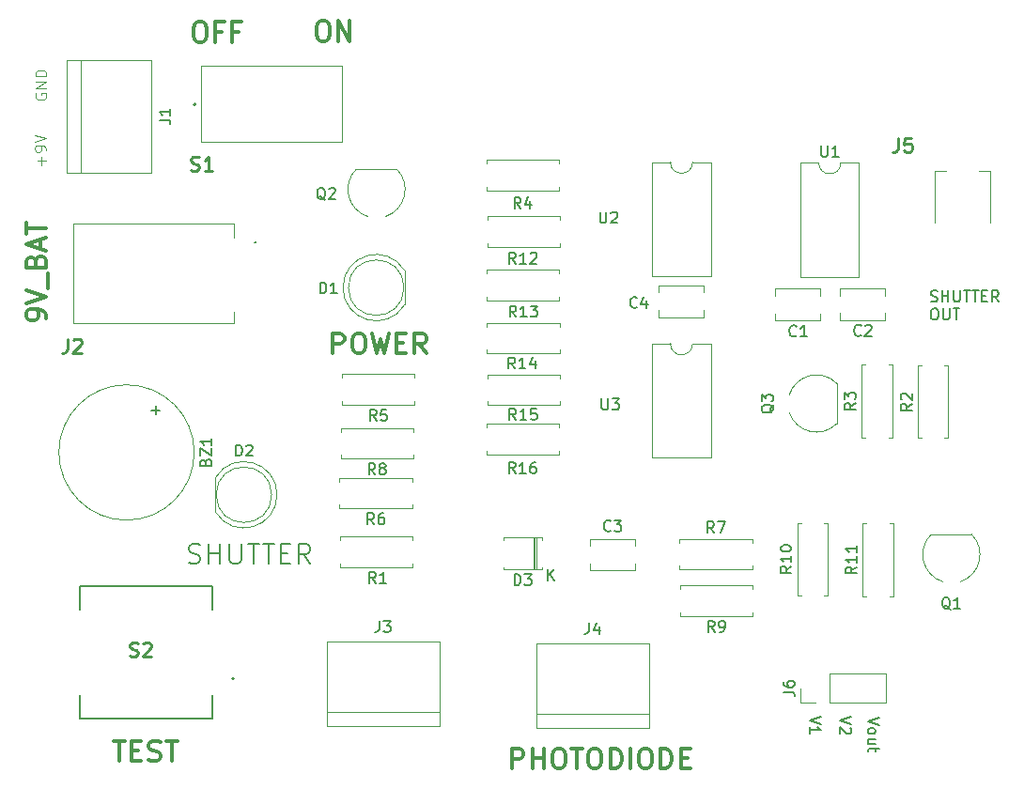
<source format=gbr>
%TF.GenerationSoftware,KiCad,Pcbnew,7.0.6*%
%TF.CreationDate,2023-09-05T08:02:31-07:00*%
%TF.ProjectId,KICAD_lightning_trigger,4b494341-445f-46c6-9967-68746e696e67,rev?*%
%TF.SameCoordinates,Original*%
%TF.FileFunction,Legend,Top*%
%TF.FilePolarity,Positive*%
%FSLAX46Y46*%
G04 Gerber Fmt 4.6, Leading zero omitted, Abs format (unit mm)*
G04 Created by KiCad (PCBNEW 7.0.6) date 2023-09-05 08:02:31*
%MOMM*%
%LPD*%
G01*
G04 APERTURE LIST*
%ADD10C,0.150000*%
%ADD11C,0.125000*%
%ADD12C,0.360000*%
%ADD13C,0.200000*%
%ADD14C,0.254000*%
%ADD15C,0.120000*%
%ADD16C,0.100000*%
G04 APERTURE END LIST*
D10*
X135789160Y-107282200D02*
X135932017Y-107329819D01*
X135932017Y-107329819D02*
X136170112Y-107329819D01*
X136170112Y-107329819D02*
X136265350Y-107282200D01*
X136265350Y-107282200D02*
X136312969Y-107234580D01*
X136312969Y-107234580D02*
X136360588Y-107139342D01*
X136360588Y-107139342D02*
X136360588Y-107044104D01*
X136360588Y-107044104D02*
X136312969Y-106948866D01*
X136312969Y-106948866D02*
X136265350Y-106901247D01*
X136265350Y-106901247D02*
X136170112Y-106853628D01*
X136170112Y-106853628D02*
X135979636Y-106806009D01*
X135979636Y-106806009D02*
X135884398Y-106758390D01*
X135884398Y-106758390D02*
X135836779Y-106710771D01*
X135836779Y-106710771D02*
X135789160Y-106615533D01*
X135789160Y-106615533D02*
X135789160Y-106520295D01*
X135789160Y-106520295D02*
X135836779Y-106425057D01*
X135836779Y-106425057D02*
X135884398Y-106377438D01*
X135884398Y-106377438D02*
X135979636Y-106329819D01*
X135979636Y-106329819D02*
X136217731Y-106329819D01*
X136217731Y-106329819D02*
X136360588Y-106377438D01*
X136789160Y-107329819D02*
X136789160Y-106329819D01*
X136789160Y-106806009D02*
X137360588Y-106806009D01*
X137360588Y-107329819D02*
X137360588Y-106329819D01*
X137836779Y-106329819D02*
X137836779Y-107139342D01*
X137836779Y-107139342D02*
X137884398Y-107234580D01*
X137884398Y-107234580D02*
X137932017Y-107282200D01*
X137932017Y-107282200D02*
X138027255Y-107329819D01*
X138027255Y-107329819D02*
X138217731Y-107329819D01*
X138217731Y-107329819D02*
X138312969Y-107282200D01*
X138312969Y-107282200D02*
X138360588Y-107234580D01*
X138360588Y-107234580D02*
X138408207Y-107139342D01*
X138408207Y-107139342D02*
X138408207Y-106329819D01*
X138741541Y-106329819D02*
X139312969Y-106329819D01*
X139027255Y-107329819D02*
X139027255Y-106329819D01*
X139503446Y-106329819D02*
X140074874Y-106329819D01*
X139789160Y-107329819D02*
X139789160Y-106329819D01*
X140408208Y-106806009D02*
X140741541Y-106806009D01*
X140884398Y-107329819D02*
X140408208Y-107329819D01*
X140408208Y-107329819D02*
X140408208Y-106329819D01*
X140408208Y-106329819D02*
X140884398Y-106329819D01*
X141884398Y-107329819D02*
X141551065Y-106853628D01*
X141312970Y-107329819D02*
X141312970Y-106329819D01*
X141312970Y-106329819D02*
X141693922Y-106329819D01*
X141693922Y-106329819D02*
X141789160Y-106377438D01*
X141789160Y-106377438D02*
X141836779Y-106425057D01*
X141836779Y-106425057D02*
X141884398Y-106520295D01*
X141884398Y-106520295D02*
X141884398Y-106663152D01*
X141884398Y-106663152D02*
X141836779Y-106758390D01*
X141836779Y-106758390D02*
X141789160Y-106806009D01*
X141789160Y-106806009D02*
X141693922Y-106853628D01*
X141693922Y-106853628D02*
X141312970Y-106853628D01*
X136027255Y-107939819D02*
X136217731Y-107939819D01*
X136217731Y-107939819D02*
X136312969Y-107987438D01*
X136312969Y-107987438D02*
X136408207Y-108082676D01*
X136408207Y-108082676D02*
X136455826Y-108273152D01*
X136455826Y-108273152D02*
X136455826Y-108606485D01*
X136455826Y-108606485D02*
X136408207Y-108796961D01*
X136408207Y-108796961D02*
X136312969Y-108892200D01*
X136312969Y-108892200D02*
X136217731Y-108939819D01*
X136217731Y-108939819D02*
X136027255Y-108939819D01*
X136027255Y-108939819D02*
X135932017Y-108892200D01*
X135932017Y-108892200D02*
X135836779Y-108796961D01*
X135836779Y-108796961D02*
X135789160Y-108606485D01*
X135789160Y-108606485D02*
X135789160Y-108273152D01*
X135789160Y-108273152D02*
X135836779Y-108082676D01*
X135836779Y-108082676D02*
X135932017Y-107987438D01*
X135932017Y-107987438D02*
X136027255Y-107939819D01*
X136884398Y-107939819D02*
X136884398Y-108749342D01*
X136884398Y-108749342D02*
X136932017Y-108844580D01*
X136932017Y-108844580D02*
X136979636Y-108892200D01*
X136979636Y-108892200D02*
X137074874Y-108939819D01*
X137074874Y-108939819D02*
X137265350Y-108939819D01*
X137265350Y-108939819D02*
X137360588Y-108892200D01*
X137360588Y-108892200D02*
X137408207Y-108844580D01*
X137408207Y-108844580D02*
X137455826Y-108749342D01*
X137455826Y-108749342D02*
X137455826Y-107939819D01*
X137789160Y-107939819D02*
X138360588Y-107939819D01*
X138074874Y-108939819D02*
X138074874Y-107939819D01*
D11*
X55118738Y-88555859D02*
X55071119Y-88651097D01*
X55071119Y-88651097D02*
X55071119Y-88793954D01*
X55071119Y-88793954D02*
X55118738Y-88936811D01*
X55118738Y-88936811D02*
X55213976Y-89032049D01*
X55213976Y-89032049D02*
X55309214Y-89079668D01*
X55309214Y-89079668D02*
X55499690Y-89127287D01*
X55499690Y-89127287D02*
X55642547Y-89127287D01*
X55642547Y-89127287D02*
X55833023Y-89079668D01*
X55833023Y-89079668D02*
X55928261Y-89032049D01*
X55928261Y-89032049D02*
X56023500Y-88936811D01*
X56023500Y-88936811D02*
X56071119Y-88793954D01*
X56071119Y-88793954D02*
X56071119Y-88698716D01*
X56071119Y-88698716D02*
X56023500Y-88555859D01*
X56023500Y-88555859D02*
X55975880Y-88508240D01*
X55975880Y-88508240D02*
X55642547Y-88508240D01*
X55642547Y-88508240D02*
X55642547Y-88698716D01*
X56071119Y-88079668D02*
X55071119Y-88079668D01*
X55071119Y-88079668D02*
X56071119Y-87508240D01*
X56071119Y-87508240D02*
X55071119Y-87508240D01*
X56071119Y-87032049D02*
X55071119Y-87032049D01*
X55071119Y-87032049D02*
X55071119Y-86793954D01*
X55071119Y-86793954D02*
X55118738Y-86651097D01*
X55118738Y-86651097D02*
X55213976Y-86555859D01*
X55213976Y-86555859D02*
X55309214Y-86508240D01*
X55309214Y-86508240D02*
X55499690Y-86460621D01*
X55499690Y-86460621D02*
X55642547Y-86460621D01*
X55642547Y-86460621D02*
X55833023Y-86508240D01*
X55833023Y-86508240D02*
X55928261Y-86555859D01*
X55928261Y-86555859D02*
X56023500Y-86651097D01*
X56023500Y-86651097D02*
X56071119Y-86793954D01*
X56071119Y-86793954D02*
X56071119Y-87032049D01*
D10*
X125850180Y-144713922D02*
X124850180Y-145047255D01*
X124850180Y-145047255D02*
X125850180Y-145380588D01*
X124850180Y-146237731D02*
X124850180Y-145666303D01*
X124850180Y-145952017D02*
X125850180Y-145952017D01*
X125850180Y-145952017D02*
X125707323Y-145856779D01*
X125707323Y-145856779D02*
X125612085Y-145761541D01*
X125612085Y-145761541D02*
X125564466Y-145666303D01*
D12*
X80848270Y-82020994D02*
X81191127Y-82020994D01*
X81191127Y-82020994D02*
X81362556Y-82106708D01*
X81362556Y-82106708D02*
X81533984Y-82278137D01*
X81533984Y-82278137D02*
X81619699Y-82620994D01*
X81619699Y-82620994D02*
X81619699Y-83220994D01*
X81619699Y-83220994D02*
X81533984Y-83563851D01*
X81533984Y-83563851D02*
X81362556Y-83735280D01*
X81362556Y-83735280D02*
X81191127Y-83820994D01*
X81191127Y-83820994D02*
X80848270Y-83820994D01*
X80848270Y-83820994D02*
X80676842Y-83735280D01*
X80676842Y-83735280D02*
X80505413Y-83563851D01*
X80505413Y-83563851D02*
X80419699Y-83220994D01*
X80419699Y-83220994D02*
X80419699Y-82620994D01*
X80419699Y-82620994D02*
X80505413Y-82278137D01*
X80505413Y-82278137D02*
X80676842Y-82106708D01*
X80676842Y-82106708D02*
X80848270Y-82020994D01*
X82391127Y-83820994D02*
X82391127Y-82020994D01*
X82391127Y-82020994D02*
X83419698Y-83820994D01*
X83419698Y-83820994D02*
X83419698Y-82020994D01*
D11*
X55650166Y-94999668D02*
X55650166Y-94237764D01*
X56031119Y-94618716D02*
X55269214Y-94618716D01*
X56031119Y-93713954D02*
X56031119Y-93523478D01*
X56031119Y-93523478D02*
X55983500Y-93428240D01*
X55983500Y-93428240D02*
X55935880Y-93380621D01*
X55935880Y-93380621D02*
X55793023Y-93285383D01*
X55793023Y-93285383D02*
X55602547Y-93237764D01*
X55602547Y-93237764D02*
X55221595Y-93237764D01*
X55221595Y-93237764D02*
X55126357Y-93285383D01*
X55126357Y-93285383D02*
X55078738Y-93333002D01*
X55078738Y-93333002D02*
X55031119Y-93428240D01*
X55031119Y-93428240D02*
X55031119Y-93618716D01*
X55031119Y-93618716D02*
X55078738Y-93713954D01*
X55078738Y-93713954D02*
X55126357Y-93761573D01*
X55126357Y-93761573D02*
X55221595Y-93809192D01*
X55221595Y-93809192D02*
X55459690Y-93809192D01*
X55459690Y-93809192D02*
X55554928Y-93761573D01*
X55554928Y-93761573D02*
X55602547Y-93713954D01*
X55602547Y-93713954D02*
X55650166Y-93618716D01*
X55650166Y-93618716D02*
X55650166Y-93428240D01*
X55650166Y-93428240D02*
X55602547Y-93333002D01*
X55602547Y-93333002D02*
X55554928Y-93285383D01*
X55554928Y-93285383D02*
X55459690Y-93237764D01*
X55031119Y-92952049D02*
X56031119Y-92618716D01*
X56031119Y-92618716D02*
X55031119Y-92285383D01*
D12*
X62138270Y-146930994D02*
X63166842Y-146930994D01*
X62652556Y-148730994D02*
X62652556Y-146930994D01*
X63766842Y-147788137D02*
X64366842Y-147788137D01*
X64623985Y-148730994D02*
X63766842Y-148730994D01*
X63766842Y-148730994D02*
X63766842Y-146930994D01*
X63766842Y-146930994D02*
X64623985Y-146930994D01*
X65309699Y-148645280D02*
X65566842Y-148730994D01*
X65566842Y-148730994D02*
X65995413Y-148730994D01*
X65995413Y-148730994D02*
X66166842Y-148645280D01*
X66166842Y-148645280D02*
X66252556Y-148559565D01*
X66252556Y-148559565D02*
X66338270Y-148388137D01*
X66338270Y-148388137D02*
X66338270Y-148216708D01*
X66338270Y-148216708D02*
X66252556Y-148045280D01*
X66252556Y-148045280D02*
X66166842Y-147959565D01*
X66166842Y-147959565D02*
X65995413Y-147873851D01*
X65995413Y-147873851D02*
X65652556Y-147788137D01*
X65652556Y-147788137D02*
X65481127Y-147702422D01*
X65481127Y-147702422D02*
X65395413Y-147616708D01*
X65395413Y-147616708D02*
X65309699Y-147445280D01*
X65309699Y-147445280D02*
X65309699Y-147273851D01*
X65309699Y-147273851D02*
X65395413Y-147102422D01*
X65395413Y-147102422D02*
X65481127Y-147016708D01*
X65481127Y-147016708D02*
X65652556Y-146930994D01*
X65652556Y-146930994D02*
X66081127Y-146930994D01*
X66081127Y-146930994D02*
X66338270Y-147016708D01*
X66852556Y-146930994D02*
X67881128Y-146930994D01*
X67366842Y-148730994D02*
X67366842Y-146930994D01*
X56070994Y-108848872D02*
X56070994Y-108506015D01*
X56070994Y-108506015D02*
X55985280Y-108334586D01*
X55985280Y-108334586D02*
X55899565Y-108248872D01*
X55899565Y-108248872D02*
X55642422Y-108077443D01*
X55642422Y-108077443D02*
X55299565Y-107991729D01*
X55299565Y-107991729D02*
X54613851Y-107991729D01*
X54613851Y-107991729D02*
X54442422Y-108077443D01*
X54442422Y-108077443D02*
X54356708Y-108163158D01*
X54356708Y-108163158D02*
X54270994Y-108334586D01*
X54270994Y-108334586D02*
X54270994Y-108677443D01*
X54270994Y-108677443D02*
X54356708Y-108848872D01*
X54356708Y-108848872D02*
X54442422Y-108934586D01*
X54442422Y-108934586D02*
X54613851Y-109020300D01*
X54613851Y-109020300D02*
X55042422Y-109020300D01*
X55042422Y-109020300D02*
X55213851Y-108934586D01*
X55213851Y-108934586D02*
X55299565Y-108848872D01*
X55299565Y-108848872D02*
X55385280Y-108677443D01*
X55385280Y-108677443D02*
X55385280Y-108334586D01*
X55385280Y-108334586D02*
X55299565Y-108163158D01*
X55299565Y-108163158D02*
X55213851Y-108077443D01*
X55213851Y-108077443D02*
X55042422Y-107991729D01*
X54270994Y-107477443D02*
X56070994Y-106877443D01*
X56070994Y-106877443D02*
X54270994Y-106277443D01*
X56242422Y-106106015D02*
X56242422Y-104734586D01*
X55128137Y-103706014D02*
X55213851Y-103448871D01*
X55213851Y-103448871D02*
X55299565Y-103363157D01*
X55299565Y-103363157D02*
X55470994Y-103277443D01*
X55470994Y-103277443D02*
X55728137Y-103277443D01*
X55728137Y-103277443D02*
X55899565Y-103363157D01*
X55899565Y-103363157D02*
X55985280Y-103448871D01*
X55985280Y-103448871D02*
X56070994Y-103620300D01*
X56070994Y-103620300D02*
X56070994Y-104306014D01*
X56070994Y-104306014D02*
X54270994Y-104306014D01*
X54270994Y-104306014D02*
X54270994Y-103706014D01*
X54270994Y-103706014D02*
X54356708Y-103534586D01*
X54356708Y-103534586D02*
X54442422Y-103448871D01*
X54442422Y-103448871D02*
X54613851Y-103363157D01*
X54613851Y-103363157D02*
X54785280Y-103363157D01*
X54785280Y-103363157D02*
X54956708Y-103448871D01*
X54956708Y-103448871D02*
X55042422Y-103534586D01*
X55042422Y-103534586D02*
X55128137Y-103706014D01*
X55128137Y-103706014D02*
X55128137Y-104306014D01*
X55556708Y-102591728D02*
X55556708Y-101734586D01*
X56070994Y-102763157D02*
X54270994Y-102163157D01*
X54270994Y-102163157D02*
X56070994Y-101563157D01*
X54270994Y-101220300D02*
X54270994Y-100191729D01*
X56070994Y-100706014D02*
X54270994Y-100706014D01*
X98065413Y-149380994D02*
X98065413Y-147580994D01*
X98065413Y-147580994D02*
X98751127Y-147580994D01*
X98751127Y-147580994D02*
X98922556Y-147666708D01*
X98922556Y-147666708D02*
X99008270Y-147752422D01*
X99008270Y-147752422D02*
X99093984Y-147923851D01*
X99093984Y-147923851D02*
X99093984Y-148180994D01*
X99093984Y-148180994D02*
X99008270Y-148352422D01*
X99008270Y-148352422D02*
X98922556Y-148438137D01*
X98922556Y-148438137D02*
X98751127Y-148523851D01*
X98751127Y-148523851D02*
X98065413Y-148523851D01*
X99865413Y-149380994D02*
X99865413Y-147580994D01*
X99865413Y-148438137D02*
X100893984Y-148438137D01*
X100893984Y-149380994D02*
X100893984Y-147580994D01*
X102093984Y-147580994D02*
X102436841Y-147580994D01*
X102436841Y-147580994D02*
X102608270Y-147666708D01*
X102608270Y-147666708D02*
X102779698Y-147838137D01*
X102779698Y-147838137D02*
X102865413Y-148180994D01*
X102865413Y-148180994D02*
X102865413Y-148780994D01*
X102865413Y-148780994D02*
X102779698Y-149123851D01*
X102779698Y-149123851D02*
X102608270Y-149295280D01*
X102608270Y-149295280D02*
X102436841Y-149380994D01*
X102436841Y-149380994D02*
X102093984Y-149380994D01*
X102093984Y-149380994D02*
X101922556Y-149295280D01*
X101922556Y-149295280D02*
X101751127Y-149123851D01*
X101751127Y-149123851D02*
X101665413Y-148780994D01*
X101665413Y-148780994D02*
X101665413Y-148180994D01*
X101665413Y-148180994D02*
X101751127Y-147838137D01*
X101751127Y-147838137D02*
X101922556Y-147666708D01*
X101922556Y-147666708D02*
X102093984Y-147580994D01*
X103379698Y-147580994D02*
X104408270Y-147580994D01*
X103893984Y-149380994D02*
X103893984Y-147580994D01*
X105351127Y-147580994D02*
X105693984Y-147580994D01*
X105693984Y-147580994D02*
X105865413Y-147666708D01*
X105865413Y-147666708D02*
X106036841Y-147838137D01*
X106036841Y-147838137D02*
X106122556Y-148180994D01*
X106122556Y-148180994D02*
X106122556Y-148780994D01*
X106122556Y-148780994D02*
X106036841Y-149123851D01*
X106036841Y-149123851D02*
X105865413Y-149295280D01*
X105865413Y-149295280D02*
X105693984Y-149380994D01*
X105693984Y-149380994D02*
X105351127Y-149380994D01*
X105351127Y-149380994D02*
X105179699Y-149295280D01*
X105179699Y-149295280D02*
X105008270Y-149123851D01*
X105008270Y-149123851D02*
X104922556Y-148780994D01*
X104922556Y-148780994D02*
X104922556Y-148180994D01*
X104922556Y-148180994D02*
X105008270Y-147838137D01*
X105008270Y-147838137D02*
X105179699Y-147666708D01*
X105179699Y-147666708D02*
X105351127Y-147580994D01*
X106893984Y-149380994D02*
X106893984Y-147580994D01*
X106893984Y-147580994D02*
X107322555Y-147580994D01*
X107322555Y-147580994D02*
X107579698Y-147666708D01*
X107579698Y-147666708D02*
X107751127Y-147838137D01*
X107751127Y-147838137D02*
X107836841Y-148009565D01*
X107836841Y-148009565D02*
X107922555Y-148352422D01*
X107922555Y-148352422D02*
X107922555Y-148609565D01*
X107922555Y-148609565D02*
X107836841Y-148952422D01*
X107836841Y-148952422D02*
X107751127Y-149123851D01*
X107751127Y-149123851D02*
X107579698Y-149295280D01*
X107579698Y-149295280D02*
X107322555Y-149380994D01*
X107322555Y-149380994D02*
X106893984Y-149380994D01*
X108693984Y-149380994D02*
X108693984Y-147580994D01*
X109893984Y-147580994D02*
X110236841Y-147580994D01*
X110236841Y-147580994D02*
X110408270Y-147666708D01*
X110408270Y-147666708D02*
X110579698Y-147838137D01*
X110579698Y-147838137D02*
X110665413Y-148180994D01*
X110665413Y-148180994D02*
X110665413Y-148780994D01*
X110665413Y-148780994D02*
X110579698Y-149123851D01*
X110579698Y-149123851D02*
X110408270Y-149295280D01*
X110408270Y-149295280D02*
X110236841Y-149380994D01*
X110236841Y-149380994D02*
X109893984Y-149380994D01*
X109893984Y-149380994D02*
X109722556Y-149295280D01*
X109722556Y-149295280D02*
X109551127Y-149123851D01*
X109551127Y-149123851D02*
X109465413Y-148780994D01*
X109465413Y-148780994D02*
X109465413Y-148180994D01*
X109465413Y-148180994D02*
X109551127Y-147838137D01*
X109551127Y-147838137D02*
X109722556Y-147666708D01*
X109722556Y-147666708D02*
X109893984Y-147580994D01*
X111436841Y-149380994D02*
X111436841Y-147580994D01*
X111436841Y-147580994D02*
X111865412Y-147580994D01*
X111865412Y-147580994D02*
X112122555Y-147666708D01*
X112122555Y-147666708D02*
X112293984Y-147838137D01*
X112293984Y-147838137D02*
X112379698Y-148009565D01*
X112379698Y-148009565D02*
X112465412Y-148352422D01*
X112465412Y-148352422D02*
X112465412Y-148609565D01*
X112465412Y-148609565D02*
X112379698Y-148952422D01*
X112379698Y-148952422D02*
X112293984Y-149123851D01*
X112293984Y-149123851D02*
X112122555Y-149295280D01*
X112122555Y-149295280D02*
X111865412Y-149380994D01*
X111865412Y-149380994D02*
X111436841Y-149380994D01*
X113236841Y-148438137D02*
X113836841Y-148438137D01*
X114093984Y-149380994D02*
X113236841Y-149380994D01*
X113236841Y-149380994D02*
X113236841Y-147580994D01*
X113236841Y-147580994D02*
X114093984Y-147580994D01*
X69748270Y-82120994D02*
X70091127Y-82120994D01*
X70091127Y-82120994D02*
X70262556Y-82206708D01*
X70262556Y-82206708D02*
X70433984Y-82378137D01*
X70433984Y-82378137D02*
X70519699Y-82720994D01*
X70519699Y-82720994D02*
X70519699Y-83320994D01*
X70519699Y-83320994D02*
X70433984Y-83663851D01*
X70433984Y-83663851D02*
X70262556Y-83835280D01*
X70262556Y-83835280D02*
X70091127Y-83920994D01*
X70091127Y-83920994D02*
X69748270Y-83920994D01*
X69748270Y-83920994D02*
X69576842Y-83835280D01*
X69576842Y-83835280D02*
X69405413Y-83663851D01*
X69405413Y-83663851D02*
X69319699Y-83320994D01*
X69319699Y-83320994D02*
X69319699Y-82720994D01*
X69319699Y-82720994D02*
X69405413Y-82378137D01*
X69405413Y-82378137D02*
X69576842Y-82206708D01*
X69576842Y-82206708D02*
X69748270Y-82120994D01*
X71891127Y-82978137D02*
X71291127Y-82978137D01*
X71291127Y-83920994D02*
X71291127Y-82120994D01*
X71291127Y-82120994D02*
X72148270Y-82120994D01*
X73433984Y-82978137D02*
X72833984Y-82978137D01*
X72833984Y-83920994D02*
X72833984Y-82120994D01*
X72833984Y-82120994D02*
X73691127Y-82120994D01*
D10*
X131110180Y-144823922D02*
X130110180Y-145157255D01*
X130110180Y-145157255D02*
X131110180Y-145490588D01*
X130110180Y-145966779D02*
X130157800Y-145871541D01*
X130157800Y-145871541D02*
X130205419Y-145823922D01*
X130205419Y-145823922D02*
X130300657Y-145776303D01*
X130300657Y-145776303D02*
X130586371Y-145776303D01*
X130586371Y-145776303D02*
X130681609Y-145823922D01*
X130681609Y-145823922D02*
X130729228Y-145871541D01*
X130729228Y-145871541D02*
X130776847Y-145966779D01*
X130776847Y-145966779D02*
X130776847Y-146109636D01*
X130776847Y-146109636D02*
X130729228Y-146204874D01*
X130729228Y-146204874D02*
X130681609Y-146252493D01*
X130681609Y-146252493D02*
X130586371Y-146300112D01*
X130586371Y-146300112D02*
X130300657Y-146300112D01*
X130300657Y-146300112D02*
X130205419Y-146252493D01*
X130205419Y-146252493D02*
X130157800Y-146204874D01*
X130157800Y-146204874D02*
X130110180Y-146109636D01*
X130110180Y-146109636D02*
X130110180Y-145966779D01*
X130776847Y-147157255D02*
X130110180Y-147157255D01*
X130776847Y-146728684D02*
X130253038Y-146728684D01*
X130253038Y-146728684D02*
X130157800Y-146776303D01*
X130157800Y-146776303D02*
X130110180Y-146871541D01*
X130110180Y-146871541D02*
X130110180Y-147014398D01*
X130110180Y-147014398D02*
X130157800Y-147109636D01*
X130157800Y-147109636D02*
X130205419Y-147157255D01*
X130776847Y-147490589D02*
X130776847Y-147871541D01*
X131110180Y-147633446D02*
X130253038Y-147633446D01*
X130253038Y-147633446D02*
X130157800Y-147681065D01*
X130157800Y-147681065D02*
X130110180Y-147776303D01*
X130110180Y-147776303D02*
X130110180Y-147871541D01*
X128620180Y-144763922D02*
X127620180Y-145097255D01*
X127620180Y-145097255D02*
X128620180Y-145430588D01*
X128524942Y-145716303D02*
X128572561Y-145763922D01*
X128572561Y-145763922D02*
X128620180Y-145859160D01*
X128620180Y-145859160D02*
X128620180Y-146097255D01*
X128620180Y-146097255D02*
X128572561Y-146192493D01*
X128572561Y-146192493D02*
X128524942Y-146240112D01*
X128524942Y-146240112D02*
X128429704Y-146287731D01*
X128429704Y-146287731D02*
X128334466Y-146287731D01*
X128334466Y-146287731D02*
X128191609Y-146240112D01*
X128191609Y-146240112D02*
X127620180Y-145668684D01*
X127620180Y-145668684D02*
X127620180Y-146287731D01*
D13*
X68904435Y-130843600D02*
X69161578Y-130929314D01*
X69161578Y-130929314D02*
X69590149Y-130929314D01*
X69590149Y-130929314D02*
X69761578Y-130843600D01*
X69761578Y-130843600D02*
X69847292Y-130757885D01*
X69847292Y-130757885D02*
X69933006Y-130586457D01*
X69933006Y-130586457D02*
X69933006Y-130415028D01*
X69933006Y-130415028D02*
X69847292Y-130243600D01*
X69847292Y-130243600D02*
X69761578Y-130157885D01*
X69761578Y-130157885D02*
X69590149Y-130072171D01*
X69590149Y-130072171D02*
X69247292Y-129986457D01*
X69247292Y-129986457D02*
X69075863Y-129900742D01*
X69075863Y-129900742D02*
X68990149Y-129815028D01*
X68990149Y-129815028D02*
X68904435Y-129643600D01*
X68904435Y-129643600D02*
X68904435Y-129472171D01*
X68904435Y-129472171D02*
X68990149Y-129300742D01*
X68990149Y-129300742D02*
X69075863Y-129215028D01*
X69075863Y-129215028D02*
X69247292Y-129129314D01*
X69247292Y-129129314D02*
X69675863Y-129129314D01*
X69675863Y-129129314D02*
X69933006Y-129215028D01*
X70704435Y-130929314D02*
X70704435Y-129129314D01*
X70704435Y-129986457D02*
X71733006Y-129986457D01*
X71733006Y-130929314D02*
X71733006Y-129129314D01*
X72590149Y-129129314D02*
X72590149Y-130586457D01*
X72590149Y-130586457D02*
X72675863Y-130757885D01*
X72675863Y-130757885D02*
X72761578Y-130843600D01*
X72761578Y-130843600D02*
X72933006Y-130929314D01*
X72933006Y-130929314D02*
X73275863Y-130929314D01*
X73275863Y-130929314D02*
X73447292Y-130843600D01*
X73447292Y-130843600D02*
X73533006Y-130757885D01*
X73533006Y-130757885D02*
X73618720Y-130586457D01*
X73618720Y-130586457D02*
X73618720Y-129129314D01*
X74218720Y-129129314D02*
X75247292Y-129129314D01*
X74733006Y-130929314D02*
X74733006Y-129129314D01*
X75590149Y-129129314D02*
X76618721Y-129129314D01*
X76104435Y-130929314D02*
X76104435Y-129129314D01*
X77218721Y-129986457D02*
X77818721Y-129986457D01*
X78075864Y-130929314D02*
X77218721Y-130929314D01*
X77218721Y-130929314D02*
X77218721Y-129129314D01*
X77218721Y-129129314D02*
X78075864Y-129129314D01*
X79875863Y-130929314D02*
X79275863Y-130072171D01*
X78847292Y-130929314D02*
X78847292Y-129129314D01*
X78847292Y-129129314D02*
X79533006Y-129129314D01*
X79533006Y-129129314D02*
X79704435Y-129215028D01*
X79704435Y-129215028D02*
X79790149Y-129300742D01*
X79790149Y-129300742D02*
X79875863Y-129472171D01*
X79875863Y-129472171D02*
X79875863Y-129729314D01*
X79875863Y-129729314D02*
X79790149Y-129900742D01*
X79790149Y-129900742D02*
X79704435Y-129986457D01*
X79704435Y-129986457D02*
X79533006Y-130072171D01*
X79533006Y-130072171D02*
X78847292Y-130072171D01*
D12*
X81895413Y-111960994D02*
X81895413Y-110160994D01*
X81895413Y-110160994D02*
X82581127Y-110160994D01*
X82581127Y-110160994D02*
X82752556Y-110246708D01*
X82752556Y-110246708D02*
X82838270Y-110332422D01*
X82838270Y-110332422D02*
X82923984Y-110503851D01*
X82923984Y-110503851D02*
X82923984Y-110760994D01*
X82923984Y-110760994D02*
X82838270Y-110932422D01*
X82838270Y-110932422D02*
X82752556Y-111018137D01*
X82752556Y-111018137D02*
X82581127Y-111103851D01*
X82581127Y-111103851D02*
X81895413Y-111103851D01*
X84038270Y-110160994D02*
X84381127Y-110160994D01*
X84381127Y-110160994D02*
X84552556Y-110246708D01*
X84552556Y-110246708D02*
X84723984Y-110418137D01*
X84723984Y-110418137D02*
X84809699Y-110760994D01*
X84809699Y-110760994D02*
X84809699Y-111360994D01*
X84809699Y-111360994D02*
X84723984Y-111703851D01*
X84723984Y-111703851D02*
X84552556Y-111875280D01*
X84552556Y-111875280D02*
X84381127Y-111960994D01*
X84381127Y-111960994D02*
X84038270Y-111960994D01*
X84038270Y-111960994D02*
X83866842Y-111875280D01*
X83866842Y-111875280D02*
X83695413Y-111703851D01*
X83695413Y-111703851D02*
X83609699Y-111360994D01*
X83609699Y-111360994D02*
X83609699Y-110760994D01*
X83609699Y-110760994D02*
X83695413Y-110418137D01*
X83695413Y-110418137D02*
X83866842Y-110246708D01*
X83866842Y-110246708D02*
X84038270Y-110160994D01*
X85409698Y-110160994D02*
X85838270Y-111960994D01*
X85838270Y-111960994D02*
X86181127Y-110675280D01*
X86181127Y-110675280D02*
X86523984Y-111960994D01*
X86523984Y-111960994D02*
X86952556Y-110160994D01*
X87638270Y-111018137D02*
X88238270Y-111018137D01*
X88495413Y-111960994D02*
X87638270Y-111960994D01*
X87638270Y-111960994D02*
X87638270Y-110160994D01*
X87638270Y-110160994D02*
X88495413Y-110160994D01*
X90295412Y-111960994D02*
X89695412Y-111103851D01*
X89266841Y-111960994D02*
X89266841Y-110160994D01*
X89266841Y-110160994D02*
X89952555Y-110160994D01*
X89952555Y-110160994D02*
X90123984Y-110246708D01*
X90123984Y-110246708D02*
X90209698Y-110332422D01*
X90209698Y-110332422D02*
X90295412Y-110503851D01*
X90295412Y-110503851D02*
X90295412Y-110760994D01*
X90295412Y-110760994D02*
X90209698Y-110932422D01*
X90209698Y-110932422D02*
X90123984Y-111018137D01*
X90123984Y-111018137D02*
X89952555Y-111103851D01*
X89952555Y-111103851D02*
X89266841Y-111103851D01*
D10*
X98823333Y-98914819D02*
X98490000Y-98438628D01*
X98251905Y-98914819D02*
X98251905Y-97914819D01*
X98251905Y-97914819D02*
X98632857Y-97914819D01*
X98632857Y-97914819D02*
X98728095Y-97962438D01*
X98728095Y-97962438D02*
X98775714Y-98010057D01*
X98775714Y-98010057D02*
X98823333Y-98105295D01*
X98823333Y-98105295D02*
X98823333Y-98248152D01*
X98823333Y-98248152D02*
X98775714Y-98343390D01*
X98775714Y-98343390D02*
X98728095Y-98391009D01*
X98728095Y-98391009D02*
X98632857Y-98438628D01*
X98632857Y-98438628D02*
X98251905Y-98438628D01*
X99680476Y-98248152D02*
X99680476Y-98914819D01*
X99442381Y-97867200D02*
X99204286Y-98581485D01*
X99204286Y-98581485D02*
X99823333Y-98581485D01*
X116233333Y-128154819D02*
X115900000Y-127678628D01*
X115661905Y-128154819D02*
X115661905Y-127154819D01*
X115661905Y-127154819D02*
X116042857Y-127154819D01*
X116042857Y-127154819D02*
X116138095Y-127202438D01*
X116138095Y-127202438D02*
X116185714Y-127250057D01*
X116185714Y-127250057D02*
X116233333Y-127345295D01*
X116233333Y-127345295D02*
X116233333Y-127488152D01*
X116233333Y-127488152D02*
X116185714Y-127583390D01*
X116185714Y-127583390D02*
X116138095Y-127631009D01*
X116138095Y-127631009D02*
X116042857Y-127678628D01*
X116042857Y-127678628D02*
X115661905Y-127678628D01*
X116566667Y-127154819D02*
X117233333Y-127154819D01*
X117233333Y-127154819D02*
X116804762Y-128154819D01*
X116283333Y-137104819D02*
X115950000Y-136628628D01*
X115711905Y-137104819D02*
X115711905Y-136104819D01*
X115711905Y-136104819D02*
X116092857Y-136104819D01*
X116092857Y-136104819D02*
X116188095Y-136152438D01*
X116188095Y-136152438D02*
X116235714Y-136200057D01*
X116235714Y-136200057D02*
X116283333Y-136295295D01*
X116283333Y-136295295D02*
X116283333Y-136438152D01*
X116283333Y-136438152D02*
X116235714Y-136533390D01*
X116235714Y-136533390D02*
X116188095Y-136581009D01*
X116188095Y-136581009D02*
X116092857Y-136628628D01*
X116092857Y-136628628D02*
X115711905Y-136628628D01*
X116759524Y-137104819D02*
X116950000Y-137104819D01*
X116950000Y-137104819D02*
X117045238Y-137057200D01*
X117045238Y-137057200D02*
X117092857Y-137009580D01*
X117092857Y-137009580D02*
X117188095Y-136866723D01*
X117188095Y-136866723D02*
X117235714Y-136676247D01*
X117235714Y-136676247D02*
X117235714Y-136295295D01*
X117235714Y-136295295D02*
X117188095Y-136200057D01*
X117188095Y-136200057D02*
X117140476Y-136152438D01*
X117140476Y-136152438D02*
X117045238Y-136104819D01*
X117045238Y-136104819D02*
X116854762Y-136104819D01*
X116854762Y-136104819D02*
X116759524Y-136152438D01*
X116759524Y-136152438D02*
X116711905Y-136200057D01*
X116711905Y-136200057D02*
X116664286Y-136295295D01*
X116664286Y-136295295D02*
X116664286Y-136533390D01*
X116664286Y-136533390D02*
X116711905Y-136628628D01*
X116711905Y-136628628D02*
X116759524Y-136676247D01*
X116759524Y-136676247D02*
X116854762Y-136723866D01*
X116854762Y-136723866D02*
X117045238Y-136723866D01*
X117045238Y-136723866D02*
X117140476Y-136676247D01*
X117140476Y-136676247D02*
X117188095Y-136628628D01*
X117188095Y-136628628D02*
X117235714Y-136533390D01*
X122484819Y-142503333D02*
X123199104Y-142503333D01*
X123199104Y-142503333D02*
X123341961Y-142550952D01*
X123341961Y-142550952D02*
X123437200Y-142646190D01*
X123437200Y-142646190D02*
X123484819Y-142789047D01*
X123484819Y-142789047D02*
X123484819Y-142884285D01*
X122484819Y-141598571D02*
X122484819Y-141789047D01*
X122484819Y-141789047D02*
X122532438Y-141884285D01*
X122532438Y-141884285D02*
X122580057Y-141931904D01*
X122580057Y-141931904D02*
X122722914Y-142027142D01*
X122722914Y-142027142D02*
X122913390Y-142074761D01*
X122913390Y-142074761D02*
X123294342Y-142074761D01*
X123294342Y-142074761D02*
X123389580Y-142027142D01*
X123389580Y-142027142D02*
X123437200Y-141979523D01*
X123437200Y-141979523D02*
X123484819Y-141884285D01*
X123484819Y-141884285D02*
X123484819Y-141693809D01*
X123484819Y-141693809D02*
X123437200Y-141598571D01*
X123437200Y-141598571D02*
X123389580Y-141550952D01*
X123389580Y-141550952D02*
X123294342Y-141503333D01*
X123294342Y-141503333D02*
X123056247Y-141503333D01*
X123056247Y-141503333D02*
X122961009Y-141550952D01*
X122961009Y-141550952D02*
X122913390Y-141598571D01*
X122913390Y-141598571D02*
X122865771Y-141693809D01*
X122865771Y-141693809D02*
X122865771Y-141884285D01*
X122865771Y-141884285D02*
X122913390Y-141979523D01*
X122913390Y-141979523D02*
X122961009Y-142027142D01*
X122961009Y-142027142D02*
X123056247Y-142074761D01*
X66254819Y-90953333D02*
X66969104Y-90953333D01*
X66969104Y-90953333D02*
X67111961Y-91000952D01*
X67111961Y-91000952D02*
X67207200Y-91096190D01*
X67207200Y-91096190D02*
X67254819Y-91239047D01*
X67254819Y-91239047D02*
X67254819Y-91334285D01*
X67254819Y-89953333D02*
X67254819Y-90524761D01*
X67254819Y-90239047D02*
X66254819Y-90239047D01*
X66254819Y-90239047D02*
X66397676Y-90334285D01*
X66397676Y-90334285D02*
X66492914Y-90429523D01*
X66492914Y-90429523D02*
X66540533Y-90524761D01*
X104966666Y-136274819D02*
X104966666Y-136989104D01*
X104966666Y-136989104D02*
X104919047Y-137131961D01*
X104919047Y-137131961D02*
X104823809Y-137227200D01*
X104823809Y-137227200D02*
X104680952Y-137274819D01*
X104680952Y-137274819D02*
X104585714Y-137274819D01*
X105871428Y-136608152D02*
X105871428Y-137274819D01*
X105633333Y-136227200D02*
X105395238Y-136941485D01*
X105395238Y-136941485D02*
X106014285Y-136941485D01*
X105958095Y-99234819D02*
X105958095Y-100044342D01*
X105958095Y-100044342D02*
X106005714Y-100139580D01*
X106005714Y-100139580D02*
X106053333Y-100187200D01*
X106053333Y-100187200D02*
X106148571Y-100234819D01*
X106148571Y-100234819D02*
X106339047Y-100234819D01*
X106339047Y-100234819D02*
X106434285Y-100187200D01*
X106434285Y-100187200D02*
X106481904Y-100139580D01*
X106481904Y-100139580D02*
X106529523Y-100044342D01*
X106529523Y-100044342D02*
X106529523Y-99234819D01*
X106958095Y-99330057D02*
X107005714Y-99282438D01*
X107005714Y-99282438D02*
X107100952Y-99234819D01*
X107100952Y-99234819D02*
X107339047Y-99234819D01*
X107339047Y-99234819D02*
X107434285Y-99282438D01*
X107434285Y-99282438D02*
X107481904Y-99330057D01*
X107481904Y-99330057D02*
X107529523Y-99425295D01*
X107529523Y-99425295D02*
X107529523Y-99520533D01*
X107529523Y-99520533D02*
X107481904Y-99663390D01*
X107481904Y-99663390D02*
X106910476Y-100234819D01*
X106910476Y-100234819D02*
X107529523Y-100234819D01*
X80731905Y-106584819D02*
X80731905Y-105584819D01*
X80731905Y-105584819D02*
X80970000Y-105584819D01*
X80970000Y-105584819D02*
X81112857Y-105632438D01*
X81112857Y-105632438D02*
X81208095Y-105727676D01*
X81208095Y-105727676D02*
X81255714Y-105822914D01*
X81255714Y-105822914D02*
X81303333Y-106013390D01*
X81303333Y-106013390D02*
X81303333Y-106156247D01*
X81303333Y-106156247D02*
X81255714Y-106346723D01*
X81255714Y-106346723D02*
X81208095Y-106441961D01*
X81208095Y-106441961D02*
X81112857Y-106537200D01*
X81112857Y-106537200D02*
X80970000Y-106584819D01*
X80970000Y-106584819D02*
X80731905Y-106584819D01*
X82255714Y-106584819D02*
X81684286Y-106584819D01*
X81970000Y-106584819D02*
X81970000Y-105584819D01*
X81970000Y-105584819D02*
X81874762Y-105727676D01*
X81874762Y-105727676D02*
X81779524Y-105822914D01*
X81779524Y-105822914D02*
X81684286Y-105870533D01*
X129004819Y-116456666D02*
X128528628Y-116789999D01*
X129004819Y-117028094D02*
X128004819Y-117028094D01*
X128004819Y-117028094D02*
X128004819Y-116647142D01*
X128004819Y-116647142D02*
X128052438Y-116551904D01*
X128052438Y-116551904D02*
X128100057Y-116504285D01*
X128100057Y-116504285D02*
X128195295Y-116456666D01*
X128195295Y-116456666D02*
X128338152Y-116456666D01*
X128338152Y-116456666D02*
X128433390Y-116504285D01*
X128433390Y-116504285D02*
X128481009Y-116551904D01*
X128481009Y-116551904D02*
X128528628Y-116647142D01*
X128528628Y-116647142D02*
X128528628Y-117028094D01*
X128004819Y-116123332D02*
X128004819Y-115504285D01*
X128004819Y-115504285D02*
X128385771Y-115837618D01*
X128385771Y-115837618D02*
X128385771Y-115694761D01*
X128385771Y-115694761D02*
X128433390Y-115599523D01*
X128433390Y-115599523D02*
X128481009Y-115551904D01*
X128481009Y-115551904D02*
X128576247Y-115504285D01*
X128576247Y-115504285D02*
X128814342Y-115504285D01*
X128814342Y-115504285D02*
X128909580Y-115551904D01*
X128909580Y-115551904D02*
X128957200Y-115599523D01*
X128957200Y-115599523D02*
X129004819Y-115694761D01*
X129004819Y-115694761D02*
X129004819Y-115980475D01*
X129004819Y-115980475D02*
X128957200Y-116075713D01*
X128957200Y-116075713D02*
X128909580Y-116123332D01*
X98407142Y-108694819D02*
X98073809Y-108218628D01*
X97835714Y-108694819D02*
X97835714Y-107694819D01*
X97835714Y-107694819D02*
X98216666Y-107694819D01*
X98216666Y-107694819D02*
X98311904Y-107742438D01*
X98311904Y-107742438D02*
X98359523Y-107790057D01*
X98359523Y-107790057D02*
X98407142Y-107885295D01*
X98407142Y-107885295D02*
X98407142Y-108028152D01*
X98407142Y-108028152D02*
X98359523Y-108123390D01*
X98359523Y-108123390D02*
X98311904Y-108171009D01*
X98311904Y-108171009D02*
X98216666Y-108218628D01*
X98216666Y-108218628D02*
X97835714Y-108218628D01*
X99359523Y-108694819D02*
X98788095Y-108694819D01*
X99073809Y-108694819D02*
X99073809Y-107694819D01*
X99073809Y-107694819D02*
X98978571Y-107837676D01*
X98978571Y-107837676D02*
X98883333Y-107932914D01*
X98883333Y-107932914D02*
X98788095Y-107980533D01*
X99692857Y-107694819D02*
X100311904Y-107694819D01*
X100311904Y-107694819D02*
X99978571Y-108075771D01*
X99978571Y-108075771D02*
X100121428Y-108075771D01*
X100121428Y-108075771D02*
X100216666Y-108123390D01*
X100216666Y-108123390D02*
X100264285Y-108171009D01*
X100264285Y-108171009D02*
X100311904Y-108266247D01*
X100311904Y-108266247D02*
X100311904Y-108504342D01*
X100311904Y-108504342D02*
X100264285Y-108599580D01*
X100264285Y-108599580D02*
X100216666Y-108647200D01*
X100216666Y-108647200D02*
X100121428Y-108694819D01*
X100121428Y-108694819D02*
X99835714Y-108694819D01*
X99835714Y-108694819D02*
X99740476Y-108647200D01*
X99740476Y-108647200D02*
X99692857Y-108599580D01*
D14*
X63594380Y-139239842D02*
X63775809Y-139300318D01*
X63775809Y-139300318D02*
X64078190Y-139300318D01*
X64078190Y-139300318D02*
X64199142Y-139239842D01*
X64199142Y-139239842D02*
X64259618Y-139179365D01*
X64259618Y-139179365D02*
X64320095Y-139058413D01*
X64320095Y-139058413D02*
X64320095Y-138937461D01*
X64320095Y-138937461D02*
X64259618Y-138816508D01*
X64259618Y-138816508D02*
X64199142Y-138756032D01*
X64199142Y-138756032D02*
X64078190Y-138695556D01*
X64078190Y-138695556D02*
X63836285Y-138635080D01*
X63836285Y-138635080D02*
X63715333Y-138574603D01*
X63715333Y-138574603D02*
X63654856Y-138514127D01*
X63654856Y-138514127D02*
X63594380Y-138393175D01*
X63594380Y-138393175D02*
X63594380Y-138272222D01*
X63594380Y-138272222D02*
X63654856Y-138151270D01*
X63654856Y-138151270D02*
X63715333Y-138090794D01*
X63715333Y-138090794D02*
X63836285Y-138030318D01*
X63836285Y-138030318D02*
X64138666Y-138030318D01*
X64138666Y-138030318D02*
X64320095Y-138090794D01*
X64803904Y-138151270D02*
X64864380Y-138090794D01*
X64864380Y-138090794D02*
X64985333Y-138030318D01*
X64985333Y-138030318D02*
X65287714Y-138030318D01*
X65287714Y-138030318D02*
X65408666Y-138090794D01*
X65408666Y-138090794D02*
X65469142Y-138151270D01*
X65469142Y-138151270D02*
X65529619Y-138272222D01*
X65529619Y-138272222D02*
X65529619Y-138393175D01*
X65529619Y-138393175D02*
X65469142Y-138574603D01*
X65469142Y-138574603D02*
X64743428Y-139300318D01*
X64743428Y-139300318D02*
X65529619Y-139300318D01*
D10*
X98251905Y-132894819D02*
X98251905Y-131894819D01*
X98251905Y-131894819D02*
X98490000Y-131894819D01*
X98490000Y-131894819D02*
X98632857Y-131942438D01*
X98632857Y-131942438D02*
X98728095Y-132037676D01*
X98728095Y-132037676D02*
X98775714Y-132132914D01*
X98775714Y-132132914D02*
X98823333Y-132323390D01*
X98823333Y-132323390D02*
X98823333Y-132466247D01*
X98823333Y-132466247D02*
X98775714Y-132656723D01*
X98775714Y-132656723D02*
X98728095Y-132751961D01*
X98728095Y-132751961D02*
X98632857Y-132847200D01*
X98632857Y-132847200D02*
X98490000Y-132894819D01*
X98490000Y-132894819D02*
X98251905Y-132894819D01*
X99156667Y-131894819D02*
X99775714Y-131894819D01*
X99775714Y-131894819D02*
X99442381Y-132275771D01*
X99442381Y-132275771D02*
X99585238Y-132275771D01*
X99585238Y-132275771D02*
X99680476Y-132323390D01*
X99680476Y-132323390D02*
X99728095Y-132371009D01*
X99728095Y-132371009D02*
X99775714Y-132466247D01*
X99775714Y-132466247D02*
X99775714Y-132704342D01*
X99775714Y-132704342D02*
X99728095Y-132799580D01*
X99728095Y-132799580D02*
X99680476Y-132847200D01*
X99680476Y-132847200D02*
X99585238Y-132894819D01*
X99585238Y-132894819D02*
X99299524Y-132894819D01*
X99299524Y-132894819D02*
X99204286Y-132847200D01*
X99204286Y-132847200D02*
X99156667Y-132799580D01*
X101268095Y-132474819D02*
X101268095Y-131474819D01*
X101839523Y-132474819D02*
X101410952Y-131903390D01*
X101839523Y-131474819D02*
X101268095Y-132046247D01*
X85753333Y-132694819D02*
X85420000Y-132218628D01*
X85181905Y-132694819D02*
X85181905Y-131694819D01*
X85181905Y-131694819D02*
X85562857Y-131694819D01*
X85562857Y-131694819D02*
X85658095Y-131742438D01*
X85658095Y-131742438D02*
X85705714Y-131790057D01*
X85705714Y-131790057D02*
X85753333Y-131885295D01*
X85753333Y-131885295D02*
X85753333Y-132028152D01*
X85753333Y-132028152D02*
X85705714Y-132123390D01*
X85705714Y-132123390D02*
X85658095Y-132171009D01*
X85658095Y-132171009D02*
X85562857Y-132218628D01*
X85562857Y-132218628D02*
X85181905Y-132218628D01*
X86705714Y-132694819D02*
X86134286Y-132694819D01*
X86420000Y-132694819D02*
X86420000Y-131694819D01*
X86420000Y-131694819D02*
X86324762Y-131837676D01*
X86324762Y-131837676D02*
X86229524Y-131932914D01*
X86229524Y-131932914D02*
X86134286Y-131980533D01*
X129104819Y-131232857D02*
X128628628Y-131566190D01*
X129104819Y-131804285D02*
X128104819Y-131804285D01*
X128104819Y-131804285D02*
X128104819Y-131423333D01*
X128104819Y-131423333D02*
X128152438Y-131328095D01*
X128152438Y-131328095D02*
X128200057Y-131280476D01*
X128200057Y-131280476D02*
X128295295Y-131232857D01*
X128295295Y-131232857D02*
X128438152Y-131232857D01*
X128438152Y-131232857D02*
X128533390Y-131280476D01*
X128533390Y-131280476D02*
X128581009Y-131328095D01*
X128581009Y-131328095D02*
X128628628Y-131423333D01*
X128628628Y-131423333D02*
X128628628Y-131804285D01*
X129104819Y-130280476D02*
X129104819Y-130851904D01*
X129104819Y-130566190D02*
X128104819Y-130566190D01*
X128104819Y-130566190D02*
X128247676Y-130661428D01*
X128247676Y-130661428D02*
X128342914Y-130756666D01*
X128342914Y-130756666D02*
X128390533Y-130851904D01*
X129104819Y-129328095D02*
X129104819Y-129899523D01*
X129104819Y-129613809D02*
X128104819Y-129613809D01*
X128104819Y-129613809D02*
X128247676Y-129709047D01*
X128247676Y-129709047D02*
X128342914Y-129804285D01*
X128342914Y-129804285D02*
X128390533Y-129899523D01*
X98337142Y-122804819D02*
X98003809Y-122328628D01*
X97765714Y-122804819D02*
X97765714Y-121804819D01*
X97765714Y-121804819D02*
X98146666Y-121804819D01*
X98146666Y-121804819D02*
X98241904Y-121852438D01*
X98241904Y-121852438D02*
X98289523Y-121900057D01*
X98289523Y-121900057D02*
X98337142Y-121995295D01*
X98337142Y-121995295D02*
X98337142Y-122138152D01*
X98337142Y-122138152D02*
X98289523Y-122233390D01*
X98289523Y-122233390D02*
X98241904Y-122281009D01*
X98241904Y-122281009D02*
X98146666Y-122328628D01*
X98146666Y-122328628D02*
X97765714Y-122328628D01*
X99289523Y-122804819D02*
X98718095Y-122804819D01*
X99003809Y-122804819D02*
X99003809Y-121804819D01*
X99003809Y-121804819D02*
X98908571Y-121947676D01*
X98908571Y-121947676D02*
X98813333Y-122042914D01*
X98813333Y-122042914D02*
X98718095Y-122090533D01*
X100146666Y-121804819D02*
X99956190Y-121804819D01*
X99956190Y-121804819D02*
X99860952Y-121852438D01*
X99860952Y-121852438D02*
X99813333Y-121900057D01*
X99813333Y-121900057D02*
X99718095Y-122042914D01*
X99718095Y-122042914D02*
X99670476Y-122233390D01*
X99670476Y-122233390D02*
X99670476Y-122614342D01*
X99670476Y-122614342D02*
X99718095Y-122709580D01*
X99718095Y-122709580D02*
X99765714Y-122757200D01*
X99765714Y-122757200D02*
X99860952Y-122804819D01*
X99860952Y-122804819D02*
X100051428Y-122804819D01*
X100051428Y-122804819D02*
X100146666Y-122757200D01*
X100146666Y-122757200D02*
X100194285Y-122709580D01*
X100194285Y-122709580D02*
X100241904Y-122614342D01*
X100241904Y-122614342D02*
X100241904Y-122376247D01*
X100241904Y-122376247D02*
X100194285Y-122281009D01*
X100194285Y-122281009D02*
X100146666Y-122233390D01*
X100146666Y-122233390D02*
X100051428Y-122185771D01*
X100051428Y-122185771D02*
X99860952Y-122185771D01*
X99860952Y-122185771D02*
X99765714Y-122233390D01*
X99765714Y-122233390D02*
X99718095Y-122281009D01*
X99718095Y-122281009D02*
X99670476Y-122376247D01*
X98357142Y-103894819D02*
X98023809Y-103418628D01*
X97785714Y-103894819D02*
X97785714Y-102894819D01*
X97785714Y-102894819D02*
X98166666Y-102894819D01*
X98166666Y-102894819D02*
X98261904Y-102942438D01*
X98261904Y-102942438D02*
X98309523Y-102990057D01*
X98309523Y-102990057D02*
X98357142Y-103085295D01*
X98357142Y-103085295D02*
X98357142Y-103228152D01*
X98357142Y-103228152D02*
X98309523Y-103323390D01*
X98309523Y-103323390D02*
X98261904Y-103371009D01*
X98261904Y-103371009D02*
X98166666Y-103418628D01*
X98166666Y-103418628D02*
X97785714Y-103418628D01*
X99309523Y-103894819D02*
X98738095Y-103894819D01*
X99023809Y-103894819D02*
X99023809Y-102894819D01*
X99023809Y-102894819D02*
X98928571Y-103037676D01*
X98928571Y-103037676D02*
X98833333Y-103132914D01*
X98833333Y-103132914D02*
X98738095Y-103180533D01*
X99690476Y-102990057D02*
X99738095Y-102942438D01*
X99738095Y-102942438D02*
X99833333Y-102894819D01*
X99833333Y-102894819D02*
X100071428Y-102894819D01*
X100071428Y-102894819D02*
X100166666Y-102942438D01*
X100166666Y-102942438D02*
X100214285Y-102990057D01*
X100214285Y-102990057D02*
X100261904Y-103085295D01*
X100261904Y-103085295D02*
X100261904Y-103180533D01*
X100261904Y-103180533D02*
X100214285Y-103323390D01*
X100214285Y-103323390D02*
X99642857Y-103894819D01*
X99642857Y-103894819D02*
X100261904Y-103894819D01*
D14*
X132836667Y-92574318D02*
X132836667Y-93481461D01*
X132836667Y-93481461D02*
X132776190Y-93662889D01*
X132776190Y-93662889D02*
X132655238Y-93783842D01*
X132655238Y-93783842D02*
X132473809Y-93844318D01*
X132473809Y-93844318D02*
X132352857Y-93844318D01*
X134046190Y-92574318D02*
X133441428Y-92574318D01*
X133441428Y-92574318D02*
X133380952Y-93179080D01*
X133380952Y-93179080D02*
X133441428Y-93118603D01*
X133441428Y-93118603D02*
X133562381Y-93058127D01*
X133562381Y-93058127D02*
X133864762Y-93058127D01*
X133864762Y-93058127D02*
X133985714Y-93118603D01*
X133985714Y-93118603D02*
X134046190Y-93179080D01*
X134046190Y-93179080D02*
X134106667Y-93300032D01*
X134106667Y-93300032D02*
X134106667Y-93602413D01*
X134106667Y-93602413D02*
X134046190Y-93723365D01*
X134046190Y-93723365D02*
X133985714Y-93783842D01*
X133985714Y-93783842D02*
X133864762Y-93844318D01*
X133864762Y-93844318D02*
X133562381Y-93844318D01*
X133562381Y-93844318D02*
X133441428Y-93783842D01*
X133441428Y-93783842D02*
X133380952Y-93723365D01*
D10*
X81204761Y-98160057D02*
X81109523Y-98112438D01*
X81109523Y-98112438D02*
X81014285Y-98017200D01*
X81014285Y-98017200D02*
X80871428Y-97874342D01*
X80871428Y-97874342D02*
X80776190Y-97826723D01*
X80776190Y-97826723D02*
X80680952Y-97826723D01*
X80728571Y-98064819D02*
X80633333Y-98017200D01*
X80633333Y-98017200D02*
X80538095Y-97921961D01*
X80538095Y-97921961D02*
X80490476Y-97731485D01*
X80490476Y-97731485D02*
X80490476Y-97398152D01*
X80490476Y-97398152D02*
X80538095Y-97207676D01*
X80538095Y-97207676D02*
X80633333Y-97112438D01*
X80633333Y-97112438D02*
X80728571Y-97064819D01*
X80728571Y-97064819D02*
X80919047Y-97064819D01*
X80919047Y-97064819D02*
X81014285Y-97112438D01*
X81014285Y-97112438D02*
X81109523Y-97207676D01*
X81109523Y-97207676D02*
X81157142Y-97398152D01*
X81157142Y-97398152D02*
X81157142Y-97731485D01*
X81157142Y-97731485D02*
X81109523Y-97921961D01*
X81109523Y-97921961D02*
X81014285Y-98017200D01*
X81014285Y-98017200D02*
X80919047Y-98064819D01*
X80919047Y-98064819D02*
X80728571Y-98064819D01*
X81538095Y-97160057D02*
X81585714Y-97112438D01*
X81585714Y-97112438D02*
X81680952Y-97064819D01*
X81680952Y-97064819D02*
X81919047Y-97064819D01*
X81919047Y-97064819D02*
X82014285Y-97112438D01*
X82014285Y-97112438D02*
X82061904Y-97160057D01*
X82061904Y-97160057D02*
X82109523Y-97255295D01*
X82109523Y-97255295D02*
X82109523Y-97350533D01*
X82109523Y-97350533D02*
X82061904Y-97493390D01*
X82061904Y-97493390D02*
X81490476Y-98064819D01*
X81490476Y-98064819D02*
X82109523Y-98064819D01*
X85603333Y-127394819D02*
X85270000Y-126918628D01*
X85031905Y-127394819D02*
X85031905Y-126394819D01*
X85031905Y-126394819D02*
X85412857Y-126394819D01*
X85412857Y-126394819D02*
X85508095Y-126442438D01*
X85508095Y-126442438D02*
X85555714Y-126490057D01*
X85555714Y-126490057D02*
X85603333Y-126585295D01*
X85603333Y-126585295D02*
X85603333Y-126728152D01*
X85603333Y-126728152D02*
X85555714Y-126823390D01*
X85555714Y-126823390D02*
X85508095Y-126871009D01*
X85508095Y-126871009D02*
X85412857Y-126918628D01*
X85412857Y-126918628D02*
X85031905Y-126918628D01*
X86460476Y-126394819D02*
X86270000Y-126394819D01*
X86270000Y-126394819D02*
X86174762Y-126442438D01*
X86174762Y-126442438D02*
X86127143Y-126490057D01*
X86127143Y-126490057D02*
X86031905Y-126632914D01*
X86031905Y-126632914D02*
X85984286Y-126823390D01*
X85984286Y-126823390D02*
X85984286Y-127204342D01*
X85984286Y-127204342D02*
X86031905Y-127299580D01*
X86031905Y-127299580D02*
X86079524Y-127347200D01*
X86079524Y-127347200D02*
X86174762Y-127394819D01*
X86174762Y-127394819D02*
X86365238Y-127394819D01*
X86365238Y-127394819D02*
X86460476Y-127347200D01*
X86460476Y-127347200D02*
X86508095Y-127299580D01*
X86508095Y-127299580D02*
X86555714Y-127204342D01*
X86555714Y-127204342D02*
X86555714Y-126966247D01*
X86555714Y-126966247D02*
X86508095Y-126871009D01*
X86508095Y-126871009D02*
X86460476Y-126823390D01*
X86460476Y-126823390D02*
X86365238Y-126775771D01*
X86365238Y-126775771D02*
X86174762Y-126775771D01*
X86174762Y-126775771D02*
X86079524Y-126823390D01*
X86079524Y-126823390D02*
X86031905Y-126871009D01*
X86031905Y-126871009D02*
X85984286Y-126966247D01*
D14*
X57966667Y-110664318D02*
X57966667Y-111571461D01*
X57966667Y-111571461D02*
X57906190Y-111752889D01*
X57906190Y-111752889D02*
X57785238Y-111873842D01*
X57785238Y-111873842D02*
X57603809Y-111934318D01*
X57603809Y-111934318D02*
X57482857Y-111934318D01*
X58510952Y-110785270D02*
X58571428Y-110724794D01*
X58571428Y-110724794D02*
X58692381Y-110664318D01*
X58692381Y-110664318D02*
X58994762Y-110664318D01*
X58994762Y-110664318D02*
X59115714Y-110724794D01*
X59115714Y-110724794D02*
X59176190Y-110785270D01*
X59176190Y-110785270D02*
X59236667Y-110906222D01*
X59236667Y-110906222D02*
X59236667Y-111027175D01*
X59236667Y-111027175D02*
X59176190Y-111208603D01*
X59176190Y-111208603D02*
X58450476Y-111934318D01*
X58450476Y-111934318D02*
X59236667Y-111934318D01*
D10*
X129493333Y-110319580D02*
X129445714Y-110367200D01*
X129445714Y-110367200D02*
X129302857Y-110414819D01*
X129302857Y-110414819D02*
X129207619Y-110414819D01*
X129207619Y-110414819D02*
X129064762Y-110367200D01*
X129064762Y-110367200D02*
X128969524Y-110271961D01*
X128969524Y-110271961D02*
X128921905Y-110176723D01*
X128921905Y-110176723D02*
X128874286Y-109986247D01*
X128874286Y-109986247D02*
X128874286Y-109843390D01*
X128874286Y-109843390D02*
X128921905Y-109652914D01*
X128921905Y-109652914D02*
X128969524Y-109557676D01*
X128969524Y-109557676D02*
X129064762Y-109462438D01*
X129064762Y-109462438D02*
X129207619Y-109414819D01*
X129207619Y-109414819D02*
X129302857Y-109414819D01*
X129302857Y-109414819D02*
X129445714Y-109462438D01*
X129445714Y-109462438D02*
X129493333Y-109510057D01*
X129874286Y-109510057D02*
X129921905Y-109462438D01*
X129921905Y-109462438D02*
X130017143Y-109414819D01*
X130017143Y-109414819D02*
X130255238Y-109414819D01*
X130255238Y-109414819D02*
X130350476Y-109462438D01*
X130350476Y-109462438D02*
X130398095Y-109510057D01*
X130398095Y-109510057D02*
X130445714Y-109605295D01*
X130445714Y-109605295D02*
X130445714Y-109700533D01*
X130445714Y-109700533D02*
X130398095Y-109843390D01*
X130398095Y-109843390D02*
X129826667Y-110414819D01*
X129826667Y-110414819D02*
X130445714Y-110414819D01*
X85703333Y-122904819D02*
X85370000Y-122428628D01*
X85131905Y-122904819D02*
X85131905Y-121904819D01*
X85131905Y-121904819D02*
X85512857Y-121904819D01*
X85512857Y-121904819D02*
X85608095Y-121952438D01*
X85608095Y-121952438D02*
X85655714Y-122000057D01*
X85655714Y-122000057D02*
X85703333Y-122095295D01*
X85703333Y-122095295D02*
X85703333Y-122238152D01*
X85703333Y-122238152D02*
X85655714Y-122333390D01*
X85655714Y-122333390D02*
X85608095Y-122381009D01*
X85608095Y-122381009D02*
X85512857Y-122428628D01*
X85512857Y-122428628D02*
X85131905Y-122428628D01*
X86274762Y-122333390D02*
X86179524Y-122285771D01*
X86179524Y-122285771D02*
X86131905Y-122238152D01*
X86131905Y-122238152D02*
X86084286Y-122142914D01*
X86084286Y-122142914D02*
X86084286Y-122095295D01*
X86084286Y-122095295D02*
X86131905Y-122000057D01*
X86131905Y-122000057D02*
X86179524Y-121952438D01*
X86179524Y-121952438D02*
X86274762Y-121904819D01*
X86274762Y-121904819D02*
X86465238Y-121904819D01*
X86465238Y-121904819D02*
X86560476Y-121952438D01*
X86560476Y-121952438D02*
X86608095Y-122000057D01*
X86608095Y-122000057D02*
X86655714Y-122095295D01*
X86655714Y-122095295D02*
X86655714Y-122142914D01*
X86655714Y-122142914D02*
X86608095Y-122238152D01*
X86608095Y-122238152D02*
X86560476Y-122285771D01*
X86560476Y-122285771D02*
X86465238Y-122333390D01*
X86465238Y-122333390D02*
X86274762Y-122333390D01*
X86274762Y-122333390D02*
X86179524Y-122381009D01*
X86179524Y-122381009D02*
X86131905Y-122428628D01*
X86131905Y-122428628D02*
X86084286Y-122523866D01*
X86084286Y-122523866D02*
X86084286Y-122714342D01*
X86084286Y-122714342D02*
X86131905Y-122809580D01*
X86131905Y-122809580D02*
X86179524Y-122857200D01*
X86179524Y-122857200D02*
X86274762Y-122904819D01*
X86274762Y-122904819D02*
X86465238Y-122904819D01*
X86465238Y-122904819D02*
X86560476Y-122857200D01*
X86560476Y-122857200D02*
X86608095Y-122809580D01*
X86608095Y-122809580D02*
X86655714Y-122714342D01*
X86655714Y-122714342D02*
X86655714Y-122523866D01*
X86655714Y-122523866D02*
X86608095Y-122428628D01*
X86608095Y-122428628D02*
X86560476Y-122381009D01*
X86560476Y-122381009D02*
X86465238Y-122333390D01*
D14*
X69102380Y-95463842D02*
X69283809Y-95524318D01*
X69283809Y-95524318D02*
X69586190Y-95524318D01*
X69586190Y-95524318D02*
X69707142Y-95463842D01*
X69707142Y-95463842D02*
X69767618Y-95403365D01*
X69767618Y-95403365D02*
X69828095Y-95282413D01*
X69828095Y-95282413D02*
X69828095Y-95161461D01*
X69828095Y-95161461D02*
X69767618Y-95040508D01*
X69767618Y-95040508D02*
X69707142Y-94980032D01*
X69707142Y-94980032D02*
X69586190Y-94919556D01*
X69586190Y-94919556D02*
X69344285Y-94859080D01*
X69344285Y-94859080D02*
X69223333Y-94798603D01*
X69223333Y-94798603D02*
X69162856Y-94738127D01*
X69162856Y-94738127D02*
X69102380Y-94617175D01*
X69102380Y-94617175D02*
X69102380Y-94496222D01*
X69102380Y-94496222D02*
X69162856Y-94375270D01*
X69162856Y-94375270D02*
X69223333Y-94314794D01*
X69223333Y-94314794D02*
X69344285Y-94254318D01*
X69344285Y-94254318D02*
X69646666Y-94254318D01*
X69646666Y-94254318D02*
X69828095Y-94314794D01*
X71037619Y-95524318D02*
X70311904Y-95524318D01*
X70674761Y-95524318D02*
X70674761Y-94254318D01*
X70674761Y-94254318D02*
X70553809Y-94435746D01*
X70553809Y-94435746D02*
X70432857Y-94556699D01*
X70432857Y-94556699D02*
X70311904Y-94617175D01*
D10*
X73136905Y-121224819D02*
X73136905Y-120224819D01*
X73136905Y-120224819D02*
X73375000Y-120224819D01*
X73375000Y-120224819D02*
X73517857Y-120272438D01*
X73517857Y-120272438D02*
X73613095Y-120367676D01*
X73613095Y-120367676D02*
X73660714Y-120462914D01*
X73660714Y-120462914D02*
X73708333Y-120653390D01*
X73708333Y-120653390D02*
X73708333Y-120796247D01*
X73708333Y-120796247D02*
X73660714Y-120986723D01*
X73660714Y-120986723D02*
X73613095Y-121081961D01*
X73613095Y-121081961D02*
X73517857Y-121177200D01*
X73517857Y-121177200D02*
X73375000Y-121224819D01*
X73375000Y-121224819D02*
X73136905Y-121224819D01*
X74089286Y-120320057D02*
X74136905Y-120272438D01*
X74136905Y-120272438D02*
X74232143Y-120224819D01*
X74232143Y-120224819D02*
X74470238Y-120224819D01*
X74470238Y-120224819D02*
X74565476Y-120272438D01*
X74565476Y-120272438D02*
X74613095Y-120320057D01*
X74613095Y-120320057D02*
X74660714Y-120415295D01*
X74660714Y-120415295D02*
X74660714Y-120510533D01*
X74660714Y-120510533D02*
X74613095Y-120653390D01*
X74613095Y-120653390D02*
X74041667Y-121224819D01*
X74041667Y-121224819D02*
X74660714Y-121224819D01*
X106923333Y-127929580D02*
X106875714Y-127977200D01*
X106875714Y-127977200D02*
X106732857Y-128024819D01*
X106732857Y-128024819D02*
X106637619Y-128024819D01*
X106637619Y-128024819D02*
X106494762Y-127977200D01*
X106494762Y-127977200D02*
X106399524Y-127881961D01*
X106399524Y-127881961D02*
X106351905Y-127786723D01*
X106351905Y-127786723D02*
X106304286Y-127596247D01*
X106304286Y-127596247D02*
X106304286Y-127453390D01*
X106304286Y-127453390D02*
X106351905Y-127262914D01*
X106351905Y-127262914D02*
X106399524Y-127167676D01*
X106399524Y-127167676D02*
X106494762Y-127072438D01*
X106494762Y-127072438D02*
X106637619Y-127024819D01*
X106637619Y-127024819D02*
X106732857Y-127024819D01*
X106732857Y-127024819D02*
X106875714Y-127072438D01*
X106875714Y-127072438D02*
X106923333Y-127120057D01*
X107256667Y-127024819D02*
X107875714Y-127024819D01*
X107875714Y-127024819D02*
X107542381Y-127405771D01*
X107542381Y-127405771D02*
X107685238Y-127405771D01*
X107685238Y-127405771D02*
X107780476Y-127453390D01*
X107780476Y-127453390D02*
X107828095Y-127501009D01*
X107828095Y-127501009D02*
X107875714Y-127596247D01*
X107875714Y-127596247D02*
X107875714Y-127834342D01*
X107875714Y-127834342D02*
X107828095Y-127929580D01*
X107828095Y-127929580D02*
X107780476Y-127977200D01*
X107780476Y-127977200D02*
X107685238Y-128024819D01*
X107685238Y-128024819D02*
X107399524Y-128024819D01*
X107399524Y-128024819D02*
X107304286Y-127977200D01*
X107304286Y-127977200D02*
X107256667Y-127929580D01*
X70431009Y-121800952D02*
X70478628Y-121658095D01*
X70478628Y-121658095D02*
X70526247Y-121610476D01*
X70526247Y-121610476D02*
X70621485Y-121562857D01*
X70621485Y-121562857D02*
X70764342Y-121562857D01*
X70764342Y-121562857D02*
X70859580Y-121610476D01*
X70859580Y-121610476D02*
X70907200Y-121658095D01*
X70907200Y-121658095D02*
X70954819Y-121753333D01*
X70954819Y-121753333D02*
X70954819Y-122134285D01*
X70954819Y-122134285D02*
X69954819Y-122134285D01*
X69954819Y-122134285D02*
X69954819Y-121800952D01*
X69954819Y-121800952D02*
X70002438Y-121705714D01*
X70002438Y-121705714D02*
X70050057Y-121658095D01*
X70050057Y-121658095D02*
X70145295Y-121610476D01*
X70145295Y-121610476D02*
X70240533Y-121610476D01*
X70240533Y-121610476D02*
X70335771Y-121658095D01*
X70335771Y-121658095D02*
X70383390Y-121705714D01*
X70383390Y-121705714D02*
X70431009Y-121800952D01*
X70431009Y-121800952D02*
X70431009Y-122134285D01*
X69954819Y-121229523D02*
X69954819Y-120562857D01*
X69954819Y-120562857D02*
X70954819Y-121229523D01*
X70954819Y-121229523D02*
X70954819Y-120562857D01*
X70954819Y-119658095D02*
X70954819Y-120229523D01*
X70954819Y-119943809D02*
X69954819Y-119943809D01*
X69954819Y-119943809D02*
X70097676Y-120039047D01*
X70097676Y-120039047D02*
X70192914Y-120134285D01*
X70192914Y-120134285D02*
X70240533Y-120229523D01*
X65913866Y-117490951D02*
X65913866Y-116729047D01*
X66294819Y-117109999D02*
X65532914Y-117109999D01*
X137534761Y-135070057D02*
X137439523Y-135022438D01*
X137439523Y-135022438D02*
X137344285Y-134927200D01*
X137344285Y-134927200D02*
X137201428Y-134784342D01*
X137201428Y-134784342D02*
X137106190Y-134736723D01*
X137106190Y-134736723D02*
X137010952Y-134736723D01*
X137058571Y-134974819D02*
X136963333Y-134927200D01*
X136963333Y-134927200D02*
X136868095Y-134831961D01*
X136868095Y-134831961D02*
X136820476Y-134641485D01*
X136820476Y-134641485D02*
X136820476Y-134308152D01*
X136820476Y-134308152D02*
X136868095Y-134117676D01*
X136868095Y-134117676D02*
X136963333Y-134022438D01*
X136963333Y-134022438D02*
X137058571Y-133974819D01*
X137058571Y-133974819D02*
X137249047Y-133974819D01*
X137249047Y-133974819D02*
X137344285Y-134022438D01*
X137344285Y-134022438D02*
X137439523Y-134117676D01*
X137439523Y-134117676D02*
X137487142Y-134308152D01*
X137487142Y-134308152D02*
X137487142Y-134641485D01*
X137487142Y-134641485D02*
X137439523Y-134831961D01*
X137439523Y-134831961D02*
X137344285Y-134927200D01*
X137344285Y-134927200D02*
X137249047Y-134974819D01*
X137249047Y-134974819D02*
X137058571Y-134974819D01*
X138439523Y-134974819D02*
X137868095Y-134974819D01*
X138153809Y-134974819D02*
X138153809Y-133974819D01*
X138153809Y-133974819D02*
X138058571Y-134117676D01*
X138058571Y-134117676D02*
X137963333Y-134212914D01*
X137963333Y-134212914D02*
X137868095Y-134260533D01*
X98307142Y-113354819D02*
X97973809Y-112878628D01*
X97735714Y-113354819D02*
X97735714Y-112354819D01*
X97735714Y-112354819D02*
X98116666Y-112354819D01*
X98116666Y-112354819D02*
X98211904Y-112402438D01*
X98211904Y-112402438D02*
X98259523Y-112450057D01*
X98259523Y-112450057D02*
X98307142Y-112545295D01*
X98307142Y-112545295D02*
X98307142Y-112688152D01*
X98307142Y-112688152D02*
X98259523Y-112783390D01*
X98259523Y-112783390D02*
X98211904Y-112831009D01*
X98211904Y-112831009D02*
X98116666Y-112878628D01*
X98116666Y-112878628D02*
X97735714Y-112878628D01*
X99259523Y-113354819D02*
X98688095Y-113354819D01*
X98973809Y-113354819D02*
X98973809Y-112354819D01*
X98973809Y-112354819D02*
X98878571Y-112497676D01*
X98878571Y-112497676D02*
X98783333Y-112592914D01*
X98783333Y-112592914D02*
X98688095Y-112640533D01*
X100116666Y-112688152D02*
X100116666Y-113354819D01*
X99878571Y-112307200D02*
X99640476Y-113021485D01*
X99640476Y-113021485D02*
X100259523Y-113021485D01*
X123663333Y-110369580D02*
X123615714Y-110417200D01*
X123615714Y-110417200D02*
X123472857Y-110464819D01*
X123472857Y-110464819D02*
X123377619Y-110464819D01*
X123377619Y-110464819D02*
X123234762Y-110417200D01*
X123234762Y-110417200D02*
X123139524Y-110321961D01*
X123139524Y-110321961D02*
X123091905Y-110226723D01*
X123091905Y-110226723D02*
X123044286Y-110036247D01*
X123044286Y-110036247D02*
X123044286Y-109893390D01*
X123044286Y-109893390D02*
X123091905Y-109702914D01*
X123091905Y-109702914D02*
X123139524Y-109607676D01*
X123139524Y-109607676D02*
X123234762Y-109512438D01*
X123234762Y-109512438D02*
X123377619Y-109464819D01*
X123377619Y-109464819D02*
X123472857Y-109464819D01*
X123472857Y-109464819D02*
X123615714Y-109512438D01*
X123615714Y-109512438D02*
X123663333Y-109560057D01*
X124615714Y-110464819D02*
X124044286Y-110464819D01*
X124330000Y-110464819D02*
X124330000Y-109464819D01*
X124330000Y-109464819D02*
X124234762Y-109607676D01*
X124234762Y-109607676D02*
X124139524Y-109702914D01*
X124139524Y-109702914D02*
X124044286Y-109750533D01*
X123214819Y-131182857D02*
X122738628Y-131516190D01*
X123214819Y-131754285D02*
X122214819Y-131754285D01*
X122214819Y-131754285D02*
X122214819Y-131373333D01*
X122214819Y-131373333D02*
X122262438Y-131278095D01*
X122262438Y-131278095D02*
X122310057Y-131230476D01*
X122310057Y-131230476D02*
X122405295Y-131182857D01*
X122405295Y-131182857D02*
X122548152Y-131182857D01*
X122548152Y-131182857D02*
X122643390Y-131230476D01*
X122643390Y-131230476D02*
X122691009Y-131278095D01*
X122691009Y-131278095D02*
X122738628Y-131373333D01*
X122738628Y-131373333D02*
X122738628Y-131754285D01*
X123214819Y-130230476D02*
X123214819Y-130801904D01*
X123214819Y-130516190D02*
X122214819Y-130516190D01*
X122214819Y-130516190D02*
X122357676Y-130611428D01*
X122357676Y-130611428D02*
X122452914Y-130706666D01*
X122452914Y-130706666D02*
X122500533Y-130801904D01*
X122214819Y-129611428D02*
X122214819Y-129516190D01*
X122214819Y-129516190D02*
X122262438Y-129420952D01*
X122262438Y-129420952D02*
X122310057Y-129373333D01*
X122310057Y-129373333D02*
X122405295Y-129325714D01*
X122405295Y-129325714D02*
X122595771Y-129278095D01*
X122595771Y-129278095D02*
X122833866Y-129278095D01*
X122833866Y-129278095D02*
X123024342Y-129325714D01*
X123024342Y-129325714D02*
X123119580Y-129373333D01*
X123119580Y-129373333D02*
X123167200Y-129420952D01*
X123167200Y-129420952D02*
X123214819Y-129516190D01*
X123214819Y-129516190D02*
X123214819Y-129611428D01*
X123214819Y-129611428D02*
X123167200Y-129706666D01*
X123167200Y-129706666D02*
X123119580Y-129754285D01*
X123119580Y-129754285D02*
X123024342Y-129801904D01*
X123024342Y-129801904D02*
X122833866Y-129849523D01*
X122833866Y-129849523D02*
X122595771Y-129849523D01*
X122595771Y-129849523D02*
X122405295Y-129801904D01*
X122405295Y-129801904D02*
X122310057Y-129754285D01*
X122310057Y-129754285D02*
X122262438Y-129706666D01*
X122262438Y-129706666D02*
X122214819Y-129611428D01*
X86076666Y-136114819D02*
X86076666Y-136829104D01*
X86076666Y-136829104D02*
X86029047Y-136971961D01*
X86029047Y-136971961D02*
X85933809Y-137067200D01*
X85933809Y-137067200D02*
X85790952Y-137114819D01*
X85790952Y-137114819D02*
X85695714Y-137114819D01*
X86457619Y-136114819D02*
X87076666Y-136114819D01*
X87076666Y-136114819D02*
X86743333Y-136495771D01*
X86743333Y-136495771D02*
X86886190Y-136495771D01*
X86886190Y-136495771D02*
X86981428Y-136543390D01*
X86981428Y-136543390D02*
X87029047Y-136591009D01*
X87029047Y-136591009D02*
X87076666Y-136686247D01*
X87076666Y-136686247D02*
X87076666Y-136924342D01*
X87076666Y-136924342D02*
X87029047Y-137019580D01*
X87029047Y-137019580D02*
X86981428Y-137067200D01*
X86981428Y-137067200D02*
X86886190Y-137114819D01*
X86886190Y-137114819D02*
X86600476Y-137114819D01*
X86600476Y-137114819D02*
X86505238Y-137067200D01*
X86505238Y-137067200D02*
X86457619Y-137019580D01*
X106118095Y-116064819D02*
X106118095Y-116874342D01*
X106118095Y-116874342D02*
X106165714Y-116969580D01*
X106165714Y-116969580D02*
X106213333Y-117017200D01*
X106213333Y-117017200D02*
X106308571Y-117064819D01*
X106308571Y-117064819D02*
X106499047Y-117064819D01*
X106499047Y-117064819D02*
X106594285Y-117017200D01*
X106594285Y-117017200D02*
X106641904Y-116969580D01*
X106641904Y-116969580D02*
X106689523Y-116874342D01*
X106689523Y-116874342D02*
X106689523Y-116064819D01*
X107070476Y-116064819D02*
X107689523Y-116064819D01*
X107689523Y-116064819D02*
X107356190Y-116445771D01*
X107356190Y-116445771D02*
X107499047Y-116445771D01*
X107499047Y-116445771D02*
X107594285Y-116493390D01*
X107594285Y-116493390D02*
X107641904Y-116541009D01*
X107641904Y-116541009D02*
X107689523Y-116636247D01*
X107689523Y-116636247D02*
X107689523Y-116874342D01*
X107689523Y-116874342D02*
X107641904Y-116969580D01*
X107641904Y-116969580D02*
X107594285Y-117017200D01*
X107594285Y-117017200D02*
X107499047Y-117064819D01*
X107499047Y-117064819D02*
X107213333Y-117064819D01*
X107213333Y-117064819D02*
X107118095Y-117017200D01*
X107118095Y-117017200D02*
X107070476Y-116969580D01*
X121630057Y-116595238D02*
X121582438Y-116690476D01*
X121582438Y-116690476D02*
X121487200Y-116785714D01*
X121487200Y-116785714D02*
X121344342Y-116928571D01*
X121344342Y-116928571D02*
X121296723Y-117023809D01*
X121296723Y-117023809D02*
X121296723Y-117119047D01*
X121534819Y-117071428D02*
X121487200Y-117166666D01*
X121487200Y-117166666D02*
X121391961Y-117261904D01*
X121391961Y-117261904D02*
X121201485Y-117309523D01*
X121201485Y-117309523D02*
X120868152Y-117309523D01*
X120868152Y-117309523D02*
X120677676Y-117261904D01*
X120677676Y-117261904D02*
X120582438Y-117166666D01*
X120582438Y-117166666D02*
X120534819Y-117071428D01*
X120534819Y-117071428D02*
X120534819Y-116880952D01*
X120534819Y-116880952D02*
X120582438Y-116785714D01*
X120582438Y-116785714D02*
X120677676Y-116690476D01*
X120677676Y-116690476D02*
X120868152Y-116642857D01*
X120868152Y-116642857D02*
X121201485Y-116642857D01*
X121201485Y-116642857D02*
X121391961Y-116690476D01*
X121391961Y-116690476D02*
X121487200Y-116785714D01*
X121487200Y-116785714D02*
X121534819Y-116880952D01*
X121534819Y-116880952D02*
X121534819Y-117071428D01*
X120534819Y-116309523D02*
X120534819Y-115690476D01*
X120534819Y-115690476D02*
X120915771Y-116023809D01*
X120915771Y-116023809D02*
X120915771Y-115880952D01*
X120915771Y-115880952D02*
X120963390Y-115785714D01*
X120963390Y-115785714D02*
X121011009Y-115738095D01*
X121011009Y-115738095D02*
X121106247Y-115690476D01*
X121106247Y-115690476D02*
X121344342Y-115690476D01*
X121344342Y-115690476D02*
X121439580Y-115738095D01*
X121439580Y-115738095D02*
X121487200Y-115785714D01*
X121487200Y-115785714D02*
X121534819Y-115880952D01*
X121534819Y-115880952D02*
X121534819Y-116166666D01*
X121534819Y-116166666D02*
X121487200Y-116261904D01*
X121487200Y-116261904D02*
X121439580Y-116309523D01*
X85813333Y-118064819D02*
X85480000Y-117588628D01*
X85241905Y-118064819D02*
X85241905Y-117064819D01*
X85241905Y-117064819D02*
X85622857Y-117064819D01*
X85622857Y-117064819D02*
X85718095Y-117112438D01*
X85718095Y-117112438D02*
X85765714Y-117160057D01*
X85765714Y-117160057D02*
X85813333Y-117255295D01*
X85813333Y-117255295D02*
X85813333Y-117398152D01*
X85813333Y-117398152D02*
X85765714Y-117493390D01*
X85765714Y-117493390D02*
X85718095Y-117541009D01*
X85718095Y-117541009D02*
X85622857Y-117588628D01*
X85622857Y-117588628D02*
X85241905Y-117588628D01*
X86718095Y-117064819D02*
X86241905Y-117064819D01*
X86241905Y-117064819D02*
X86194286Y-117541009D01*
X86194286Y-117541009D02*
X86241905Y-117493390D01*
X86241905Y-117493390D02*
X86337143Y-117445771D01*
X86337143Y-117445771D02*
X86575238Y-117445771D01*
X86575238Y-117445771D02*
X86670476Y-117493390D01*
X86670476Y-117493390D02*
X86718095Y-117541009D01*
X86718095Y-117541009D02*
X86765714Y-117636247D01*
X86765714Y-117636247D02*
X86765714Y-117874342D01*
X86765714Y-117874342D02*
X86718095Y-117969580D01*
X86718095Y-117969580D02*
X86670476Y-118017200D01*
X86670476Y-118017200D02*
X86575238Y-118064819D01*
X86575238Y-118064819D02*
X86337143Y-118064819D01*
X86337143Y-118064819D02*
X86241905Y-118017200D01*
X86241905Y-118017200D02*
X86194286Y-117969580D01*
X125908095Y-93254819D02*
X125908095Y-94064342D01*
X125908095Y-94064342D02*
X125955714Y-94159580D01*
X125955714Y-94159580D02*
X126003333Y-94207200D01*
X126003333Y-94207200D02*
X126098571Y-94254819D01*
X126098571Y-94254819D02*
X126289047Y-94254819D01*
X126289047Y-94254819D02*
X126384285Y-94207200D01*
X126384285Y-94207200D02*
X126431904Y-94159580D01*
X126431904Y-94159580D02*
X126479523Y-94064342D01*
X126479523Y-94064342D02*
X126479523Y-93254819D01*
X127479523Y-94254819D02*
X126908095Y-94254819D01*
X127193809Y-94254819D02*
X127193809Y-93254819D01*
X127193809Y-93254819D02*
X127098571Y-93397676D01*
X127098571Y-93397676D02*
X127003333Y-93492914D01*
X127003333Y-93492914D02*
X126908095Y-93540533D01*
X109293333Y-107809580D02*
X109245714Y-107857200D01*
X109245714Y-107857200D02*
X109102857Y-107904819D01*
X109102857Y-107904819D02*
X109007619Y-107904819D01*
X109007619Y-107904819D02*
X108864762Y-107857200D01*
X108864762Y-107857200D02*
X108769524Y-107761961D01*
X108769524Y-107761961D02*
X108721905Y-107666723D01*
X108721905Y-107666723D02*
X108674286Y-107476247D01*
X108674286Y-107476247D02*
X108674286Y-107333390D01*
X108674286Y-107333390D02*
X108721905Y-107142914D01*
X108721905Y-107142914D02*
X108769524Y-107047676D01*
X108769524Y-107047676D02*
X108864762Y-106952438D01*
X108864762Y-106952438D02*
X109007619Y-106904819D01*
X109007619Y-106904819D02*
X109102857Y-106904819D01*
X109102857Y-106904819D02*
X109245714Y-106952438D01*
X109245714Y-106952438D02*
X109293333Y-107000057D01*
X110150476Y-107238152D02*
X110150476Y-107904819D01*
X109912381Y-106857200D02*
X109674286Y-107571485D01*
X109674286Y-107571485D02*
X110293333Y-107571485D01*
X98387142Y-117964819D02*
X98053809Y-117488628D01*
X97815714Y-117964819D02*
X97815714Y-116964819D01*
X97815714Y-116964819D02*
X98196666Y-116964819D01*
X98196666Y-116964819D02*
X98291904Y-117012438D01*
X98291904Y-117012438D02*
X98339523Y-117060057D01*
X98339523Y-117060057D02*
X98387142Y-117155295D01*
X98387142Y-117155295D02*
X98387142Y-117298152D01*
X98387142Y-117298152D02*
X98339523Y-117393390D01*
X98339523Y-117393390D02*
X98291904Y-117441009D01*
X98291904Y-117441009D02*
X98196666Y-117488628D01*
X98196666Y-117488628D02*
X97815714Y-117488628D01*
X99339523Y-117964819D02*
X98768095Y-117964819D01*
X99053809Y-117964819D02*
X99053809Y-116964819D01*
X99053809Y-116964819D02*
X98958571Y-117107676D01*
X98958571Y-117107676D02*
X98863333Y-117202914D01*
X98863333Y-117202914D02*
X98768095Y-117250533D01*
X100244285Y-116964819D02*
X99768095Y-116964819D01*
X99768095Y-116964819D02*
X99720476Y-117441009D01*
X99720476Y-117441009D02*
X99768095Y-117393390D01*
X99768095Y-117393390D02*
X99863333Y-117345771D01*
X99863333Y-117345771D02*
X100101428Y-117345771D01*
X100101428Y-117345771D02*
X100196666Y-117393390D01*
X100196666Y-117393390D02*
X100244285Y-117441009D01*
X100244285Y-117441009D02*
X100291904Y-117536247D01*
X100291904Y-117536247D02*
X100291904Y-117774342D01*
X100291904Y-117774342D02*
X100244285Y-117869580D01*
X100244285Y-117869580D02*
X100196666Y-117917200D01*
X100196666Y-117917200D02*
X100101428Y-117964819D01*
X100101428Y-117964819D02*
X99863333Y-117964819D01*
X99863333Y-117964819D02*
X99768095Y-117917200D01*
X99768095Y-117917200D02*
X99720476Y-117869580D01*
X134064819Y-116526666D02*
X133588628Y-116859999D01*
X134064819Y-117098094D02*
X133064819Y-117098094D01*
X133064819Y-117098094D02*
X133064819Y-116717142D01*
X133064819Y-116717142D02*
X133112438Y-116621904D01*
X133112438Y-116621904D02*
X133160057Y-116574285D01*
X133160057Y-116574285D02*
X133255295Y-116526666D01*
X133255295Y-116526666D02*
X133398152Y-116526666D01*
X133398152Y-116526666D02*
X133493390Y-116574285D01*
X133493390Y-116574285D02*
X133541009Y-116621904D01*
X133541009Y-116621904D02*
X133588628Y-116717142D01*
X133588628Y-116717142D02*
X133588628Y-117098094D01*
X133160057Y-116145713D02*
X133112438Y-116098094D01*
X133112438Y-116098094D02*
X133064819Y-116002856D01*
X133064819Y-116002856D02*
X133064819Y-115764761D01*
X133064819Y-115764761D02*
X133112438Y-115669523D01*
X133112438Y-115669523D02*
X133160057Y-115621904D01*
X133160057Y-115621904D02*
X133255295Y-115574285D01*
X133255295Y-115574285D02*
X133350533Y-115574285D01*
X133350533Y-115574285D02*
X133493390Y-115621904D01*
X133493390Y-115621904D02*
X134064819Y-116193332D01*
X134064819Y-116193332D02*
X134064819Y-115574285D01*
D15*
%TO.C,R4*%
X95720000Y-94570000D02*
X102260000Y-94570000D01*
X95720000Y-94900000D02*
X95720000Y-94570000D01*
X95720000Y-96980000D02*
X95720000Y-97310000D01*
X95720000Y-97310000D02*
X102260000Y-97310000D01*
X102260000Y-94570000D02*
X102260000Y-94900000D01*
X102260000Y-97310000D02*
X102260000Y-96980000D01*
%TO.C,R7*%
X113130000Y-128700000D02*
X119670000Y-128700000D01*
X113130000Y-129030000D02*
X113130000Y-128700000D01*
X113130000Y-131110000D02*
X113130000Y-131440000D01*
X113130000Y-131440000D02*
X119670000Y-131440000D01*
X119670000Y-128700000D02*
X119670000Y-129030000D01*
X119670000Y-131440000D02*
X119670000Y-131110000D01*
%TO.C,R9*%
X119720000Y-135650000D02*
X113180000Y-135650000D01*
X119720000Y-135320000D02*
X119720000Y-135650000D01*
X119720000Y-133240000D02*
X119720000Y-132910000D01*
X119720000Y-132910000D02*
X113180000Y-132910000D01*
X113180000Y-135650000D02*
X113180000Y-135320000D01*
X113180000Y-132910000D02*
X113180000Y-133240000D01*
%TO.C,J6*%
X124030000Y-143500000D02*
X124030000Y-142170000D01*
X125360000Y-143500000D02*
X124030000Y-143500000D01*
X126630000Y-143500000D02*
X131770000Y-143500000D01*
X126630000Y-143500000D02*
X126630000Y-140840000D01*
X131770000Y-143500000D02*
X131770000Y-140840000D01*
X126630000Y-140840000D02*
X131770000Y-140840000D01*
%TO.C,J1*%
X65530000Y-85540000D02*
X57910000Y-85540000D01*
X57910000Y-85540000D02*
X57910000Y-95700000D01*
X65530000Y-95700000D02*
X65530000Y-85540000D01*
X59180000Y-95700000D02*
X59180000Y-85540000D01*
X57910000Y-95700000D02*
X65530000Y-95700000D01*
%TO.C,J4*%
X100220000Y-138090000D02*
X100220000Y-145710000D01*
X100220000Y-145710000D02*
X110380000Y-145710000D01*
X110380000Y-138090000D02*
X100220000Y-138090000D01*
X110380000Y-144440000D02*
X100220000Y-144440000D01*
X110380000Y-145710000D02*
X110380000Y-138090000D01*
%TO.C,U2*%
X110660000Y-94750000D02*
X110660000Y-105030000D01*
X110660000Y-105030000D02*
X115960000Y-105030000D01*
X112310000Y-94750000D02*
X110660000Y-94750000D01*
X115960000Y-94750000D02*
X114310000Y-94750000D01*
X115960000Y-105030000D02*
X115960000Y-94750000D01*
X112310000Y-94750000D02*
G75*
G03*
X114310000Y-94750000I1000000J0D01*
G01*
%TO.C,D1*%
X88355000Y-107605000D02*
X88355000Y-104515000D01*
X82805001Y-106059538D02*
G75*
G03*
X88354999Y-107604830I2989999J-462D01*
G01*
X88355000Y-104515170D02*
G75*
G03*
X82805000Y-106060462I-2560000J-1544830D01*
G01*
X88295000Y-106060000D02*
G75*
G03*
X88295000Y-106060000I-2500000J0D01*
G01*
%TO.C,R3*%
X129550000Y-119560000D02*
X129550000Y-113020000D01*
X129880000Y-119560000D02*
X129550000Y-119560000D01*
X131960000Y-119560000D02*
X132290000Y-119560000D01*
X132290000Y-119560000D02*
X132290000Y-113020000D01*
X129550000Y-113020000D02*
X129880000Y-113020000D01*
X132290000Y-113020000D02*
X131960000Y-113020000D01*
%TO.C,R13*%
X102300000Y-107190000D02*
X95760000Y-107190000D01*
X102300000Y-106860000D02*
X102300000Y-107190000D01*
X102300000Y-104780000D02*
X102300000Y-104450000D01*
X102300000Y-104450000D02*
X95760000Y-104450000D01*
X95760000Y-107190000D02*
X95760000Y-106860000D01*
X95760000Y-104450000D02*
X95760000Y-104780000D01*
D13*
%TO.C,S2*%
X59050000Y-132930000D02*
X59050000Y-135081000D01*
X59050000Y-132930000D02*
X71050000Y-132930000D01*
X59050000Y-144930000D02*
X59050000Y-142779000D01*
X71050000Y-132930000D02*
X71050000Y-135081000D01*
X71050000Y-144930000D02*
X59050000Y-144930000D01*
X71050000Y-144930000D02*
X71050000Y-142779000D01*
X72987000Y-141314000D02*
G75*
G03*
X72987000Y-141314000I-82000J0D01*
G01*
D15*
%TO.C,D3*%
X100710000Y-131440000D02*
X97270000Y-131440000D01*
X100710000Y-131260000D02*
X100710000Y-131440000D01*
X100710000Y-128780000D02*
X100710000Y-128600000D01*
X100710000Y-128600000D02*
X97270000Y-128600000D01*
X100230000Y-131440000D02*
X100230000Y-128600000D01*
X100110000Y-131440000D02*
X100110000Y-128600000D01*
X99990000Y-131440000D02*
X99990000Y-128600000D01*
X97270000Y-131440000D02*
X97270000Y-131260000D01*
X97270000Y-128600000D02*
X97270000Y-128780000D01*
%TO.C,R1*%
X82560000Y-128510000D02*
X89100000Y-128510000D01*
X82560000Y-128840000D02*
X82560000Y-128510000D01*
X82560000Y-130920000D02*
X82560000Y-131250000D01*
X82560000Y-131250000D02*
X89100000Y-131250000D01*
X89100000Y-128510000D02*
X89100000Y-128840000D01*
X89100000Y-131250000D02*
X89100000Y-130920000D01*
%TO.C,R11*%
X129650000Y-133860000D02*
X129650000Y-127320000D01*
X129980000Y-133860000D02*
X129650000Y-133860000D01*
X132060000Y-133860000D02*
X132390000Y-133860000D01*
X132390000Y-133860000D02*
X132390000Y-127320000D01*
X129650000Y-127320000D02*
X129980000Y-127320000D01*
X132390000Y-127320000D02*
X132060000Y-127320000D01*
%TO.C,R16*%
X95710000Y-118350000D02*
X102250000Y-118350000D01*
X95710000Y-118680000D02*
X95710000Y-118350000D01*
X95710000Y-120760000D02*
X95710000Y-121090000D01*
X95710000Y-121090000D02*
X102250000Y-121090000D01*
X102250000Y-118350000D02*
X102250000Y-118680000D01*
X102250000Y-121090000D02*
X102250000Y-120760000D01*
%TO.C,R12*%
X95800000Y-99650000D02*
X102340000Y-99650000D01*
X95800000Y-99980000D02*
X95800000Y-99650000D01*
X95800000Y-102060000D02*
X95800000Y-102390000D01*
X95800000Y-102390000D02*
X102340000Y-102390000D01*
X102340000Y-99650000D02*
X102340000Y-99980000D01*
X102340000Y-102390000D02*
X102340000Y-102060000D01*
D16*
%TO.C,J5*%
X141150000Y-95580000D02*
X141150000Y-100180000D01*
X140150000Y-95580000D02*
X141150000Y-95580000D01*
X137150000Y-95580000D02*
X136150000Y-95580000D01*
X136150000Y-95580000D02*
X136150000Y-100180000D01*
D15*
%TO.C,Q2*%
X87620000Y-95350000D02*
X84020000Y-95350000D01*
X86640000Y-99649999D02*
G75*
G03*
X87631874Y-95358260I-820000J2449999D01*
G01*
X84011555Y-95372316D02*
G75*
G03*
X85040000Y-99650000I1808445J-1827684D01*
G01*
%TO.C,R6*%
X89040000Y-125940000D02*
X82500000Y-125940000D01*
X89040000Y-125610000D02*
X89040000Y-125940000D01*
X89040000Y-123530000D02*
X89040000Y-123200000D01*
X89040000Y-123200000D02*
X82500000Y-123200000D01*
X82500000Y-125940000D02*
X82500000Y-125610000D01*
X82500000Y-123200000D02*
X82500000Y-123530000D01*
D16*
%TO.C,J2*%
X58460000Y-100270000D02*
X58460000Y-100270000D01*
X58460000Y-100270000D02*
X58460000Y-100270000D01*
X58460000Y-100270000D02*
X58460000Y-109270000D01*
X58460000Y-100270000D02*
X72960000Y-100270000D01*
X58460000Y-109270000D02*
X58460000Y-100270000D01*
X58460000Y-109270000D02*
X58460000Y-109270000D01*
X58460000Y-109270000D02*
X58460000Y-109270000D01*
X58460000Y-109270000D02*
X72960000Y-109270000D01*
X72960000Y-100270000D02*
X58460000Y-100270000D01*
X72960000Y-100270000D02*
X72960000Y-100270000D01*
X72960000Y-100270000D02*
X72960000Y-100270000D01*
X72960000Y-100270000D02*
X72960000Y-101520000D01*
X72960000Y-101520000D02*
X72960000Y-100270000D01*
X72960000Y-101520000D02*
X72960000Y-101520000D01*
X72960000Y-108270000D02*
X72960000Y-108270000D01*
X72960000Y-108270000D02*
X72960000Y-109270000D01*
X72960000Y-109270000D02*
X58460000Y-109270000D01*
X72960000Y-109270000D02*
X72960000Y-108270000D01*
X72960000Y-109270000D02*
X72960000Y-109270000D01*
X72960000Y-109270000D02*
X72960000Y-109270000D01*
D13*
X74860000Y-101970000D02*
X74860000Y-101970000D01*
X74860000Y-101970000D02*
X74860000Y-101970000D01*
X74960000Y-101970000D02*
X74960000Y-101970000D01*
X74960000Y-101970000D02*
G75*
G03*
X74860000Y-101970000I-50000J0D01*
G01*
X74860000Y-101970000D02*
G75*
G03*
X74960000Y-101970000I50000J0D01*
G01*
X74860000Y-101970000D02*
G75*
G03*
X74960000Y-101970000I50000J0D01*
G01*
D15*
%TO.C,C2*%
X127620000Y-106140000D02*
X127620000Y-106765000D01*
X127620000Y-106140000D02*
X131660000Y-106140000D01*
X127620000Y-108355000D02*
X127620000Y-108980000D01*
X127620000Y-108980000D02*
X131660000Y-108980000D01*
X131660000Y-106140000D02*
X131660000Y-106765000D01*
X131660000Y-108355000D02*
X131660000Y-108980000D01*
%TO.C,R8*%
X89140000Y-121450000D02*
X82600000Y-121450000D01*
X89140000Y-121120000D02*
X89140000Y-121450000D01*
X89140000Y-119040000D02*
X89140000Y-118710000D01*
X89140000Y-118710000D02*
X82600000Y-118710000D01*
X82600000Y-121450000D02*
X82600000Y-121120000D01*
X82600000Y-118710000D02*
X82600000Y-119040000D01*
D13*
%TO.C,S1*%
X69450000Y-89450000D02*
X69450000Y-89450000D01*
X69450000Y-89650000D02*
X69450000Y-89650000D01*
D16*
X70000000Y-86020000D02*
X82700000Y-86020000D01*
X70000000Y-92880000D02*
X70000000Y-86020000D01*
X82700000Y-86020000D02*
X82700000Y-92880000D01*
X82700000Y-92880000D02*
X70000000Y-92880000D01*
D13*
X69450000Y-89650000D02*
G75*
G03*
X69450000Y-89450000I0J100000D01*
G01*
X69450000Y-89450000D02*
G75*
G03*
X69450000Y-89650000I0J-100000D01*
G01*
D15*
%TO.C,D2*%
X71315000Y-123185000D02*
X71315000Y-126275000D01*
X76864999Y-124730462D02*
G75*
G03*
X71315001Y-123185170I-2989999J462D01*
G01*
X71315000Y-126274830D02*
G75*
G03*
X76865000Y-124729538I2560000J1544830D01*
G01*
X76375000Y-124730000D02*
G75*
G03*
X76375000Y-124730000I-2500000J0D01*
G01*
%TO.C,C3*%
X105070000Y-128700000D02*
X105070000Y-129325000D01*
X105070000Y-128700000D02*
X109110000Y-128700000D01*
X105070000Y-130915000D02*
X105070000Y-131540000D01*
X105070000Y-131540000D02*
X109110000Y-131540000D01*
X109110000Y-128700000D02*
X109110000Y-129325000D01*
X109110000Y-130915000D02*
X109110000Y-131540000D01*
%TO.C,BZ1*%
X69400000Y-120920000D02*
G75*
G03*
X69400000Y-120920000I-6100000J0D01*
G01*
%TO.C,Q1*%
X139430000Y-128270000D02*
X135830000Y-128270000D01*
X138450000Y-132569999D02*
G75*
G03*
X139441874Y-128278260I-820000J2449999D01*
G01*
X135821555Y-128292316D02*
G75*
G03*
X136850000Y-132570000I1808445J-1827684D01*
G01*
%TO.C,R14*%
X95790000Y-109250000D02*
X102330000Y-109250000D01*
X95790000Y-109580000D02*
X95790000Y-109250000D01*
X95790000Y-111660000D02*
X95790000Y-111990000D01*
X95790000Y-111990000D02*
X102330000Y-111990000D01*
X102330000Y-109250000D02*
X102330000Y-109580000D01*
X102330000Y-111990000D02*
X102330000Y-111660000D01*
%TO.C,C1*%
X121780000Y-106160000D02*
X121780000Y-106785000D01*
X121780000Y-106160000D02*
X125820000Y-106160000D01*
X121780000Y-108375000D02*
X121780000Y-109000000D01*
X121780000Y-109000000D02*
X125820000Y-109000000D01*
X125820000Y-106160000D02*
X125820000Y-106785000D01*
X125820000Y-108375000D02*
X125820000Y-109000000D01*
%TO.C,R10*%
X123760000Y-133810000D02*
X123760000Y-127270000D01*
X124090000Y-133810000D02*
X123760000Y-133810000D01*
X126170000Y-133810000D02*
X126500000Y-133810000D01*
X126500000Y-133810000D02*
X126500000Y-127270000D01*
X123760000Y-127270000D02*
X124090000Y-127270000D01*
X126500000Y-127270000D02*
X126170000Y-127270000D01*
%TO.C,J3*%
X81330000Y-137930000D02*
X81330000Y-145550000D01*
X81330000Y-145550000D02*
X91490000Y-145550000D01*
X91490000Y-137930000D02*
X81330000Y-137930000D01*
X91490000Y-144280000D02*
X81330000Y-144280000D01*
X91490000Y-145550000D02*
X91490000Y-137930000D01*
%TO.C,U3*%
X110660000Y-111110000D02*
X110660000Y-121390000D01*
X110660000Y-121390000D02*
X115960000Y-121390000D01*
X112310000Y-111110000D02*
X110660000Y-111110000D01*
X115960000Y-111110000D02*
X114310000Y-111110000D01*
X115960000Y-121390000D02*
X115960000Y-111110000D01*
X112310000Y-111110000D02*
G75*
G03*
X114310000Y-111110000I1000000J0D01*
G01*
%TO.C,Q3*%
X127330000Y-118300000D02*
X127330000Y-114700000D01*
X123030001Y-117320000D02*
G75*
G03*
X127321740Y-118311874I2449999J820000D01*
G01*
X127307684Y-114691555D02*
G75*
G03*
X123030000Y-115720000I-1827684J-1808445D01*
G01*
%TO.C,R5*%
X89250000Y-116610000D02*
X82710000Y-116610000D01*
X89250000Y-116280000D02*
X89250000Y-116610000D01*
X89250000Y-114200000D02*
X89250000Y-113870000D01*
X89250000Y-113870000D02*
X82710000Y-113870000D01*
X82710000Y-116610000D02*
X82710000Y-116280000D01*
X82710000Y-113870000D02*
X82710000Y-114200000D01*
%TO.C,U1*%
X124020000Y-94800000D02*
X124020000Y-105080000D01*
X124020000Y-105080000D02*
X129320000Y-105080000D01*
X125670000Y-94800000D02*
X124020000Y-94800000D01*
X129320000Y-94800000D02*
X127670000Y-94800000D01*
X129320000Y-105080000D02*
X129320000Y-94800000D01*
X125670000Y-94800000D02*
G75*
G03*
X127670000Y-94800000I1000000J0D01*
G01*
%TO.C,C4*%
X111280000Y-105880000D02*
X111280000Y-106505000D01*
X111280000Y-105880000D02*
X115320000Y-105880000D01*
X111280000Y-108095000D02*
X111280000Y-108720000D01*
X111280000Y-108720000D02*
X115320000Y-108720000D01*
X115320000Y-105880000D02*
X115320000Y-106505000D01*
X115320000Y-108095000D02*
X115320000Y-108720000D01*
%TO.C,R15*%
X102350000Y-116630000D02*
X95810000Y-116630000D01*
X102350000Y-116300000D02*
X102350000Y-116630000D01*
X102350000Y-114220000D02*
X102350000Y-113890000D01*
X102350000Y-113890000D02*
X95810000Y-113890000D01*
X95810000Y-116630000D02*
X95810000Y-116300000D01*
X95810000Y-113890000D02*
X95810000Y-114220000D01*
%TO.C,R2*%
X134610000Y-119630000D02*
X134610000Y-113090000D01*
X134940000Y-119630000D02*
X134610000Y-119630000D01*
X137020000Y-119630000D02*
X137350000Y-119630000D01*
X137350000Y-119630000D02*
X137350000Y-113090000D01*
X134610000Y-113090000D02*
X134940000Y-113090000D01*
X137350000Y-113090000D02*
X137020000Y-113090000D01*
%TD*%
M02*

</source>
